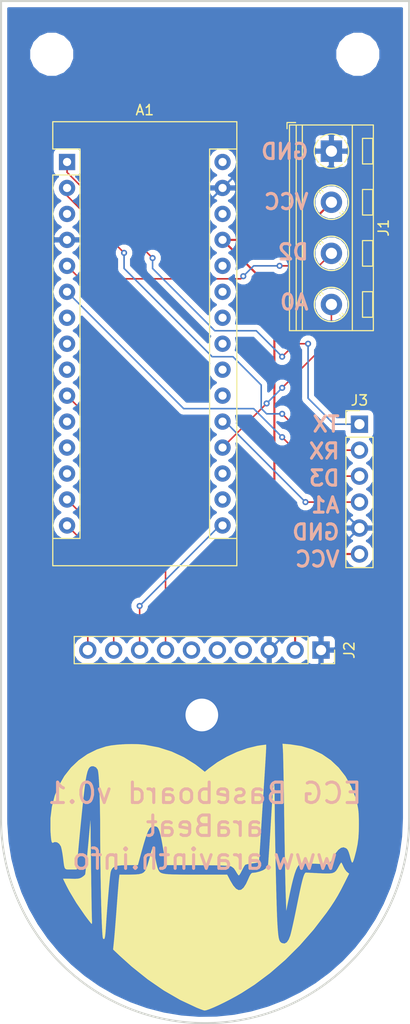
<source format=kicad_pcb>
(kicad_pcb (version 20171130) (host pcbnew "(5.0.0-3-g5ebb6b6)")

  (general
    (thickness 1.6)
    (drawings 15)
    (tracks 86)
    (zones 0)
    (modules 9)
    (nets 13)
  )

  (page A4)
  (title_block
    (title "ECG Baseboard : araBeat")
    (date 2018-11-08)
    (rev v0.1)
    (company www.aravinth.info)
  )

  (layers
    (0 F.Cu signal)
    (31 B.Cu signal hide)
    (32 B.Adhes user)
    (33 F.Adhes user)
    (34 B.Paste user)
    (35 F.Paste user)
    (36 B.SilkS user)
    (37 F.SilkS user)
    (38 B.Mask user)
    (39 F.Mask user)
    (40 Dwgs.User user)
    (41 Cmts.User user)
    (42 Eco1.User user)
    (43 Eco2.User user)
    (44 Edge.Cuts user)
    (45 Margin user)
    (46 B.CrtYd user)
    (47 F.CrtYd user)
    (48 B.Fab user)
    (49 F.Fab user)
  )

  (setup
    (last_trace_width 0.25)
    (user_trace_width 0.1524)
    (user_trace_width 0.2032)
    (trace_clearance 0.2)
    (zone_clearance 0.508)
    (zone_45_only no)
    (trace_min 0.1524)
    (segment_width 0.2)
    (edge_width 0.15)
    (via_size 0.8)
    (via_drill 0.4)
    (via_min_size 0.6)
    (via_min_drill 0.3)
    (uvia_size 0.3)
    (uvia_drill 0.1)
    (uvias_allowed no)
    (uvia_min_size 0.2)
    (uvia_min_drill 0.1)
    (pcb_text_width 0.3)
    (pcb_text_size 1.5 1.5)
    (mod_edge_width 0.15)
    (mod_text_size 1 1)
    (mod_text_width 0.15)
    (pad_size 1.7 1.7)
    (pad_drill 1)
    (pad_to_mask_clearance 0.2)
    (aux_axis_origin 0 0)
    (visible_elements FFFFFF7F)
    (pcbplotparams
      (layerselection 0x010fc_ffffffff)
      (usegerberextensions false)
      (usegerberattributes false)
      (usegerberadvancedattributes false)
      (creategerberjobfile false)
      (excludeedgelayer true)
      (linewidth 0.100000)
      (plotframeref false)
      (viasonmask false)
      (mode 1)
      (useauxorigin false)
      (hpglpennumber 1)
      (hpglpenspeed 20)
      (hpglpendiameter 15.000000)
      (psnegative false)
      (psa4output false)
      (plotreference true)
      (plotvalue true)
      (plotinvisibletext false)
      (padsonsilk false)
      (subtractmaskfromsilk false)
      (outputformat 1)
      (mirror false)
      (drillshape 1)
      (scaleselection 1)
      (outputdirectory ""))
  )

  (net 0 "")
  (net 1 "Net-(A1-Pad1)")
  (net 2 "Net-(A1-Pad2)")
  (net 3 "Net-(A1-Pad19)")
  (net 4 GND)
  (net 5 "Net-(A1-Pad20)")
  (net 6 "Net-(A1-Pad5)")
  (net 7 "Net-(A1-Pad6)")
  (net 8 "Net-(A1-Pad10)")
  (net 9 "Net-(A1-Pad14)")
  (net 10 "Net-(A1-Pad15)")
  (net 11 "Net-(A1-Pad16)")
  (net 12 /VCC)

  (net_class Default "This is the default net class."
    (clearance 0.2)
    (trace_width 0.25)
    (via_dia 0.8)
    (via_drill 0.4)
    (uvia_dia 0.3)
    (uvia_drill 0.1)
  )

  (net_class PWR ""
    (clearance 0.2032)
    (trace_width 0.2032)
    (via_dia 0.6)
    (via_drill 0.3)
    (uvia_dia 0.3)
    (uvia_drill 0.1)
    (add_net /VCC)
    (add_net GND)
  )

  (net_class SIGNAL ""
    (clearance 0.1524)
    (trace_width 0.1524)
    (via_dia 0.6)
    (via_drill 0.3)
    (uvia_dia 0.3)
    (uvia_drill 0.1)
    (add_net "Net-(A1-Pad1)")
    (add_net "Net-(A1-Pad10)")
    (add_net "Net-(A1-Pad14)")
    (add_net "Net-(A1-Pad15)")
    (add_net "Net-(A1-Pad16)")
    (add_net "Net-(A1-Pad19)")
    (add_net "Net-(A1-Pad2)")
    (add_net "Net-(A1-Pad20)")
    (add_net "Net-(A1-Pad5)")
    (add_net "Net-(A1-Pad6)")
  )

  (module Module:Arduino_Nano (layer F.Cu) (tedit 58ACAF70) (tstamp 5BF1D18E)
    (at 206.502 65.024)
    (descr "Arduino Nano, http://www.mouser.com/pdfdocs/Gravitech_Arduino_Nano3_0.pdf")
    (tags "Arduino Nano")
    (path /5BD88A95)
    (fp_text reference A1 (at 7.62 -5.08) (layer F.SilkS)
      (effects (font (size 1 1) (thickness 0.15)))
    )
    (fp_text value Arduino_Nano_v3.x (at 8.89 19.05 90) (layer F.Fab)
      (effects (font (size 1 1) (thickness 0.15)))
    )
    (fp_text user %R (at 6.35 19.05 90) (layer F.Fab)
      (effects (font (size 1 1) (thickness 0.15)))
    )
    (fp_line (start 1.27 1.27) (end 1.27 -1.27) (layer F.SilkS) (width 0.12))
    (fp_line (start 1.27 -1.27) (end -1.4 -1.27) (layer F.SilkS) (width 0.12))
    (fp_line (start -1.4 1.27) (end -1.4 39.5) (layer F.SilkS) (width 0.12))
    (fp_line (start -1.4 -3.94) (end -1.4 -1.27) (layer F.SilkS) (width 0.12))
    (fp_line (start 13.97 -1.27) (end 16.64 -1.27) (layer F.SilkS) (width 0.12))
    (fp_line (start 13.97 -1.27) (end 13.97 36.83) (layer F.SilkS) (width 0.12))
    (fp_line (start 13.97 36.83) (end 16.64 36.83) (layer F.SilkS) (width 0.12))
    (fp_line (start 1.27 1.27) (end -1.4 1.27) (layer F.SilkS) (width 0.12))
    (fp_line (start 1.27 1.27) (end 1.27 36.83) (layer F.SilkS) (width 0.12))
    (fp_line (start 1.27 36.83) (end -1.4 36.83) (layer F.SilkS) (width 0.12))
    (fp_line (start 3.81 31.75) (end 11.43 31.75) (layer F.Fab) (width 0.1))
    (fp_line (start 11.43 31.75) (end 11.43 41.91) (layer F.Fab) (width 0.1))
    (fp_line (start 11.43 41.91) (end 3.81 41.91) (layer F.Fab) (width 0.1))
    (fp_line (start 3.81 41.91) (end 3.81 31.75) (layer F.Fab) (width 0.1))
    (fp_line (start -1.4 39.5) (end 16.64 39.5) (layer F.SilkS) (width 0.12))
    (fp_line (start 16.64 39.5) (end 16.64 -3.94) (layer F.SilkS) (width 0.12))
    (fp_line (start 16.64 -3.94) (end -1.4 -3.94) (layer F.SilkS) (width 0.12))
    (fp_line (start 16.51 39.37) (end -1.27 39.37) (layer F.Fab) (width 0.1))
    (fp_line (start -1.27 39.37) (end -1.27 -2.54) (layer F.Fab) (width 0.1))
    (fp_line (start -1.27 -2.54) (end 0 -3.81) (layer F.Fab) (width 0.1))
    (fp_line (start 0 -3.81) (end 16.51 -3.81) (layer F.Fab) (width 0.1))
    (fp_line (start 16.51 -3.81) (end 16.51 39.37) (layer F.Fab) (width 0.1))
    (fp_line (start -1.53 -4.06) (end 16.75 -4.06) (layer F.CrtYd) (width 0.05))
    (fp_line (start -1.53 -4.06) (end -1.53 42.16) (layer F.CrtYd) (width 0.05))
    (fp_line (start 16.75 42.16) (end 16.75 -4.06) (layer F.CrtYd) (width 0.05))
    (fp_line (start 16.75 42.16) (end -1.53 42.16) (layer F.CrtYd) (width 0.05))
    (pad 1 thru_hole rect (at 0 0) (size 1.6 1.6) (drill 0.8) (layers *.Cu *.Mask)
      (net 1 "Net-(A1-Pad1)"))
    (pad 17 thru_hole oval (at 15.24 33.02) (size 1.6 1.6) (drill 0.8) (layers *.Cu *.Mask))
    (pad 2 thru_hole oval (at 0 2.54) (size 1.6 1.6) (drill 0.8) (layers *.Cu *.Mask)
      (net 2 "Net-(A1-Pad2)"))
    (pad 18 thru_hole oval (at 15.24 30.48) (size 1.6 1.6) (drill 0.8) (layers *.Cu *.Mask))
    (pad 3 thru_hole oval (at 0 5.08) (size 1.6 1.6) (drill 0.8) (layers *.Cu *.Mask))
    (pad 19 thru_hole oval (at 15.24 27.94) (size 1.6 1.6) (drill 0.8) (layers *.Cu *.Mask)
      (net 3 "Net-(A1-Pad19)"))
    (pad 4 thru_hole oval (at 0 7.62) (size 1.6 1.6) (drill 0.8) (layers *.Cu *.Mask)
      (net 4 GND))
    (pad 20 thru_hole oval (at 15.24 25.4) (size 1.6 1.6) (drill 0.8) (layers *.Cu *.Mask)
      (net 5 "Net-(A1-Pad20)"))
    (pad 5 thru_hole oval (at 0 10.16) (size 1.6 1.6) (drill 0.8) (layers *.Cu *.Mask)
      (net 6 "Net-(A1-Pad5)"))
    (pad 21 thru_hole oval (at 15.24 22.86) (size 1.6 1.6) (drill 0.8) (layers *.Cu *.Mask))
    (pad 6 thru_hole oval (at 0 12.7) (size 1.6 1.6) (drill 0.8) (layers *.Cu *.Mask)
      (net 7 "Net-(A1-Pad6)"))
    (pad 22 thru_hole oval (at 15.24 20.32) (size 1.6 1.6) (drill 0.8) (layers *.Cu *.Mask))
    (pad 7 thru_hole oval (at 0 15.24) (size 1.6 1.6) (drill 0.8) (layers *.Cu *.Mask))
    (pad 23 thru_hole oval (at 15.24 17.78) (size 1.6 1.6) (drill 0.8) (layers *.Cu *.Mask))
    (pad 8 thru_hole oval (at 0 17.78) (size 1.6 1.6) (drill 0.8) (layers *.Cu *.Mask))
    (pad 24 thru_hole oval (at 15.24 15.24) (size 1.6 1.6) (drill 0.8) (layers *.Cu *.Mask))
    (pad 9 thru_hole oval (at 0 20.32) (size 1.6 1.6) (drill 0.8) (layers *.Cu *.Mask))
    (pad 25 thru_hole oval (at 15.24 12.7) (size 1.6 1.6) (drill 0.8) (layers *.Cu *.Mask))
    (pad 10 thru_hole oval (at 0 22.86) (size 1.6 1.6) (drill 0.8) (layers *.Cu *.Mask)
      (net 8 "Net-(A1-Pad10)"))
    (pad 26 thru_hole oval (at 15.24 10.16) (size 1.6 1.6) (drill 0.8) (layers *.Cu *.Mask))
    (pad 11 thru_hole oval (at 0 25.4) (size 1.6 1.6) (drill 0.8) (layers *.Cu *.Mask))
    (pad 27 thru_hole oval (at 15.24 7.62) (size 1.6 1.6) (drill 0.8) (layers *.Cu *.Mask)
      (net 12 /VCC))
    (pad 12 thru_hole oval (at 0 27.94) (size 1.6 1.6) (drill 0.8) (layers *.Cu *.Mask))
    (pad 28 thru_hole oval (at 15.24 5.08) (size 1.6 1.6) (drill 0.8) (layers *.Cu *.Mask))
    (pad 13 thru_hole oval (at 0 30.48) (size 1.6 1.6) (drill 0.8) (layers *.Cu *.Mask))
    (pad 29 thru_hole oval (at 15.24 2.54) (size 1.6 1.6) (drill 0.8) (layers *.Cu *.Mask)
      (net 4 GND))
    (pad 14 thru_hole oval (at 0 33.02) (size 1.6 1.6) (drill 0.8) (layers *.Cu *.Mask)
      (net 9 "Net-(A1-Pad14)"))
    (pad 30 thru_hole oval (at 15.24 0) (size 1.6 1.6) (drill 0.8) (layers *.Cu *.Mask))
    (pad 15 thru_hole oval (at 0 35.56) (size 1.6 1.6) (drill 0.8) (layers *.Cu *.Mask)
      (net 10 "Net-(A1-Pad15)"))
    (pad 16 thru_hole oval (at 15.24 35.56) (size 1.6 1.6) (drill 0.8) (layers *.Cu *.Mask)
      (net 11 "Net-(A1-Pad16)"))
    (model ${KISYS3DMOD}/Module.3dshapes/Arduino_Nano_WithMountingHoles.wrl
      (at (xyz 0 0 0))
      (scale (xyz 1 1 1))
      (rotate (xyz 0 0 0))
    )
  )

  (module TerminalBlock_RND:TerminalBlock_RND_205-00047_1x04_P5.00mm_Horizontal (layer F.Cu) (tedit 5B294EE1) (tstamp 5BF1D1EC)
    (at 232.41 63.964 270)
    (descr "terminal block RND 205-00047, 4 pins, pitch 5mm, size 20x8.1mm^2, drill diamater 1.1mm, pad diameter 2.1mm, see http://cdn-reichelt.de/documents/datenblatt/C151/RND_205-00045_DB_EN.pdf, script-generated using https://github.com/pointhi/kicad-footprint-generator/scripts/TerminalBlock_RND")
    (tags "THT terminal block RND 205-00047 pitch 5mm size 20x8.1mm^2 drill 1.1mm pad 2.1mm")
    (path /5BE5A960)
    (fp_text reference J1 (at 7.5 -5.11 270) (layer F.SilkS)
      (effects (font (size 1 1) (thickness 0.15)))
    )
    (fp_text value Screw_Terminal_01x04 (at 7.5 5.11 270) (layer F.Fab)
      (effects (font (size 1 1) (thickness 0.15)))
    )
    (fp_arc (start 0 0) (end 0 1.68) (angle -40) (layer F.SilkS) (width 0.12))
    (fp_arc (start 0 0) (end 1.287 1.08) (angle -80) (layer F.SilkS) (width 0.12))
    (fp_arc (start 0 0) (end 1.08 -1.287) (angle -80) (layer F.SilkS) (width 0.12))
    (fp_arc (start 0 0) (end -1.287 -1.081) (angle -80) (layer F.SilkS) (width 0.12))
    (fp_arc (start 0 0) (end -1.081 1.287) (angle -41) (layer F.SilkS) (width 0.12))
    (fp_circle (center 0 0) (end 1.5 0) (layer F.Fab) (width 0.1))
    (fp_circle (center 5 0) (end 6.5 0) (layer F.Fab) (width 0.1))
    (fp_circle (center 5 0) (end 6.68 0) (layer F.SilkS) (width 0.12))
    (fp_circle (center 10 0) (end 11.5 0) (layer F.Fab) (width 0.1))
    (fp_circle (center 10 0) (end 11.68 0) (layer F.SilkS) (width 0.12))
    (fp_circle (center 15 0) (end 16.5 0) (layer F.Fab) (width 0.1))
    (fp_circle (center 15 0) (end 16.68 0) (layer F.SilkS) (width 0.12))
    (fp_line (start -2.5 -4.05) (end 17.5 -4.05) (layer F.Fab) (width 0.1))
    (fp_line (start 17.5 -4.05) (end 17.5 4.05) (layer F.Fab) (width 0.1))
    (fp_line (start 17.5 4.05) (end -1.9 4.05) (layer F.Fab) (width 0.1))
    (fp_line (start -1.9 4.05) (end -2.5 3.45) (layer F.Fab) (width 0.1))
    (fp_line (start -2.5 3.45) (end -2.5 -4.05) (layer F.Fab) (width 0.1))
    (fp_line (start -2.5 3.45) (end 17.5 3.45) (layer F.Fab) (width 0.1))
    (fp_line (start -2.56 3.45) (end 17.561 3.45) (layer F.SilkS) (width 0.12))
    (fp_line (start -2.5 2.85) (end 17.5 2.85) (layer F.Fab) (width 0.1))
    (fp_line (start -2.56 2.85) (end 17.561 2.85) (layer F.SilkS) (width 0.12))
    (fp_line (start -2.5 -2.05) (end 17.5 -2.05) (layer F.Fab) (width 0.1))
    (fp_line (start -2.56 -2.05) (end 17.561 -2.05) (layer F.SilkS) (width 0.12))
    (fp_line (start -2.56 -4.11) (end 17.561 -4.11) (layer F.SilkS) (width 0.12))
    (fp_line (start -2.56 4.11) (end 17.561 4.11) (layer F.SilkS) (width 0.12))
    (fp_line (start -2.56 -4.11) (end -2.56 4.11) (layer F.SilkS) (width 0.12))
    (fp_line (start 17.561 -4.11) (end 17.561 4.11) (layer F.SilkS) (width 0.12))
    (fp_line (start 1.138 -0.955) (end -0.955 1.138) (layer F.Fab) (width 0.1))
    (fp_line (start 0.955 -1.138) (end -1.138 0.955) (layer F.Fab) (width 0.1))
    (fp_line (start -1.25 -4.05) (end -1.25 -3.05) (layer F.Fab) (width 0.1))
    (fp_line (start -1.25 -3.05) (end 1.25 -3.05) (layer F.Fab) (width 0.1))
    (fp_line (start 1.25 -3.05) (end 1.25 -4.05) (layer F.Fab) (width 0.1))
    (fp_line (start 1.25 -4.05) (end -1.25 -4.05) (layer F.Fab) (width 0.1))
    (fp_line (start -1.25 -4.05) (end 1.25 -4.05) (layer F.SilkS) (width 0.12))
    (fp_line (start -1.25 -3.05) (end 1.25 -3.05) (layer F.SilkS) (width 0.12))
    (fp_line (start -1.25 -4.05) (end -1.25 -3.05) (layer F.SilkS) (width 0.12))
    (fp_line (start 1.25 -4.05) (end 1.25 -3.05) (layer F.SilkS) (width 0.12))
    (fp_line (start 6.138 -0.955) (end 4.046 1.138) (layer F.Fab) (width 0.1))
    (fp_line (start 5.955 -1.138) (end 3.863 0.955) (layer F.Fab) (width 0.1))
    (fp_line (start 6.275 -1.069) (end 6.029 -0.823) (layer F.SilkS) (width 0.12))
    (fp_line (start 4.13 1.075) (end 3.931 1.274) (layer F.SilkS) (width 0.12))
    (fp_line (start 6.07 -1.275) (end 5.859 -1.064) (layer F.SilkS) (width 0.12))
    (fp_line (start 3.972 0.823) (end 3.726 1.069) (layer F.SilkS) (width 0.12))
    (fp_line (start 3.75 -4.05) (end 3.75 -3.05) (layer F.Fab) (width 0.1))
    (fp_line (start 3.75 -3.05) (end 6.25 -3.05) (layer F.Fab) (width 0.1))
    (fp_line (start 6.25 -3.05) (end 6.25 -4.05) (layer F.Fab) (width 0.1))
    (fp_line (start 6.25 -4.05) (end 3.75 -4.05) (layer F.Fab) (width 0.1))
    (fp_line (start 3.75 -4.05) (end 6.25 -4.05) (layer F.SilkS) (width 0.12))
    (fp_line (start 3.75 -3.05) (end 6.25 -3.05) (layer F.SilkS) (width 0.12))
    (fp_line (start 3.75 -4.05) (end 3.75 -3.05) (layer F.SilkS) (width 0.12))
    (fp_line (start 6.25 -4.05) (end 6.25 -3.05) (layer F.SilkS) (width 0.12))
    (fp_line (start 11.138 -0.955) (end 9.046 1.138) (layer F.Fab) (width 0.1))
    (fp_line (start 10.955 -1.138) (end 8.863 0.955) (layer F.Fab) (width 0.1))
    (fp_line (start 11.275 -1.069) (end 11.029 -0.823) (layer F.SilkS) (width 0.12))
    (fp_line (start 9.13 1.075) (end 8.931 1.274) (layer F.SilkS) (width 0.12))
    (fp_line (start 11.07 -1.275) (end 10.859 -1.064) (layer F.SilkS) (width 0.12))
    (fp_line (start 8.972 0.823) (end 8.726 1.069) (layer F.SilkS) (width 0.12))
    (fp_line (start 8.75 -4.05) (end 8.75 -3.05) (layer F.Fab) (width 0.1))
    (fp_line (start 8.75 -3.05) (end 11.25 -3.05) (layer F.Fab) (width 0.1))
    (fp_line (start 11.25 -3.05) (end 11.25 -4.05) (layer F.Fab) (width 0.1))
    (fp_line (start 11.25 -4.05) (end 8.75 -4.05) (layer F.Fab) (width 0.1))
    (fp_line (start 8.75 -4.05) (end 11.25 -4.05) (layer F.SilkS) (width 0.12))
    (fp_line (start 8.75 -3.05) (end 11.25 -3.05) (layer F.SilkS) (width 0.12))
    (fp_line (start 8.75 -4.05) (end 8.75 -3.05) (layer F.SilkS) (width 0.12))
    (fp_line (start 11.25 -4.05) (end 11.25 -3.05) (layer F.SilkS) (width 0.12))
    (fp_line (start 16.138 -0.955) (end 14.046 1.138) (layer F.Fab) (width 0.1))
    (fp_line (start 15.955 -1.138) (end 13.863 0.955) (layer F.Fab) (width 0.1))
    (fp_line (start 16.275 -1.069) (end 16.029 -0.823) (layer F.SilkS) (width 0.12))
    (fp_line (start 14.13 1.075) (end 13.931 1.274) (layer F.SilkS) (width 0.12))
    (fp_line (start 16.07 -1.275) (end 15.859 -1.064) (layer F.SilkS) (width 0.12))
    (fp_line (start 13.972 0.823) (end 13.726 1.069) (layer F.SilkS) (width 0.12))
    (fp_line (start 13.75 -4.05) (end 13.75 -3.05) (layer F.Fab) (width 0.1))
    (fp_line (start 13.75 -3.05) (end 16.25 -3.05) (layer F.Fab) (width 0.1))
    (fp_line (start 16.25 -3.05) (end 16.25 -4.05) (layer F.Fab) (width 0.1))
    (fp_line (start 16.25 -4.05) (end 13.75 -4.05) (layer F.Fab) (width 0.1))
    (fp_line (start 13.75 -4.05) (end 16.25 -4.05) (layer F.SilkS) (width 0.12))
    (fp_line (start 13.75 -3.05) (end 16.25 -3.05) (layer F.SilkS) (width 0.12))
    (fp_line (start 13.75 -4.05) (end 13.75 -3.05) (layer F.SilkS) (width 0.12))
    (fp_line (start 16.25 -4.05) (end 16.25 -3.05) (layer F.SilkS) (width 0.12))
    (fp_line (start -2.8 3.51) (end -2.8 4.35) (layer F.SilkS) (width 0.12))
    (fp_line (start -2.8 4.35) (end -2.2 4.35) (layer F.SilkS) (width 0.12))
    (fp_line (start -3 -4.55) (end -3 4.55) (layer F.CrtYd) (width 0.05))
    (fp_line (start -3 4.55) (end 18 4.55) (layer F.CrtYd) (width 0.05))
    (fp_line (start 18 4.55) (end 18 -4.55) (layer F.CrtYd) (width 0.05))
    (fp_line (start 18 -4.55) (end -3 -4.55) (layer F.CrtYd) (width 0.05))
    (fp_text user %R (at 7.5 -5.11 270) (layer F.Fab)
      (effects (font (size 1 1) (thickness 0.15)))
    )
    (pad 1 thru_hole rect (at 0 0 270) (size 2.1 2.1) (drill 1.1) (layers *.Cu *.Mask)
      (net 4 GND))
    (pad 2 thru_hole circle (at 5 0 270) (size 2.1 2.1) (drill 1.1) (layers *.Cu *.Mask)
      (net 12 /VCC))
    (pad 3 thru_hole circle (at 10 0 270) (size 2.1 2.1) (drill 1.1) (layers *.Cu *.Mask)
      (net 6 "Net-(A1-Pad5)"))
    (pad 4 thru_hole circle (at 15 0 270) (size 2.1 2.1) (drill 1.1) (layers *.Cu *.Mask)
      (net 3 "Net-(A1-Pad19)"))
    (model ${KISYS3DMOD}/TerminalBlock_RND.3dshapes/TerminalBlock_RND_205-00047_1x04_P5.00mm_Horizontal.wrl
      (at (xyz 0 0 0))
      (scale (xyz 1 1 1))
      (rotate (xyz 0 0 0))
    )
  )

  (module Connector_PinSocket_2.54mm:PinSocket_1x10_P2.54mm_Vertical (layer F.Cu) (tedit 5A19A425) (tstamp 5BFD53BB)
    (at 231.394 112.776 270)
    (descr "Through hole straight socket strip, 1x10, 2.54mm pitch, single row (from Kicad 4.0.7), script generated")
    (tags "Through hole socket strip THT 1x10 2.54mm single row")
    (path /5BD88FD2)
    (fp_text reference J2 (at 0 -2.77 270) (layer F.SilkS)
      (effects (font (size 1 1) (thickness 0.15)))
    )
    (fp_text value "Protocentral MAX30003" (at -3.302 11.052) (layer F.Fab)
      (effects (font (size 1 1) (thickness 0.15)))
    )
    (fp_line (start -1.27 -1.27) (end 0.635 -1.27) (layer F.Fab) (width 0.1))
    (fp_line (start 0.635 -1.27) (end 1.27 -0.635) (layer F.Fab) (width 0.1))
    (fp_line (start 1.27 -0.635) (end 1.27 24.13) (layer F.Fab) (width 0.1))
    (fp_line (start 1.27 24.13) (end -1.27 24.13) (layer F.Fab) (width 0.1))
    (fp_line (start -1.27 24.13) (end -1.27 -1.27) (layer F.Fab) (width 0.1))
    (fp_line (start -1.33 1.27) (end 1.33 1.27) (layer F.SilkS) (width 0.12))
    (fp_line (start -1.33 1.27) (end -1.33 24.19) (layer F.SilkS) (width 0.12))
    (fp_line (start -1.33 24.19) (end 1.33 24.19) (layer F.SilkS) (width 0.12))
    (fp_line (start 1.33 1.27) (end 1.33 24.19) (layer F.SilkS) (width 0.12))
    (fp_line (start 1.33 -1.33) (end 1.33 0) (layer F.SilkS) (width 0.12))
    (fp_line (start 0 -1.33) (end 1.33 -1.33) (layer F.SilkS) (width 0.12))
    (fp_line (start -1.8 -1.8) (end 1.75 -1.8) (layer F.CrtYd) (width 0.05))
    (fp_line (start 1.75 -1.8) (end 1.75 24.6) (layer F.CrtYd) (width 0.05))
    (fp_line (start 1.75 24.6) (end -1.8 24.6) (layer F.CrtYd) (width 0.05))
    (fp_line (start -1.8 24.6) (end -1.8 -1.8) (layer F.CrtYd) (width 0.05))
    (fp_text user %R (at 0 11.43) (layer F.Fab)
      (effects (font (size 1 1) (thickness 0.15)))
    )
    (pad 1 thru_hole rect (at 0 0 270) (size 1.7 1.7) (drill 1) (layers *.Cu *.Mask)
      (net 4 GND))
    (pad 2 thru_hole oval (at 0 2.54 270) (size 1.7 1.7) (drill 1) (layers *.Cu *.Mask)
      (net 12 /VCC))
    (pad 3 thru_hole oval (at 0 5.08 270) (size 1.7 1.7) (drill 1) (layers *.Cu *.Mask)
      (net 4 GND))
    (pad 4 thru_hole oval (at 0 7.62 270) (size 1.7 1.7) (drill 1) (layers *.Cu *.Mask))
    (pad 5 thru_hole oval (at 0 10.16 270) (size 1.7 1.7) (drill 1) (layers *.Cu *.Mask))
    (pad 6 thru_hole oval (at 0 12.7 270) (size 1.7 1.7) (drill 1) (layers *.Cu *.Mask))
    (pad 7 thru_hole oval (at 0 15.24 270) (size 1.7 1.7) (drill 1) (layers *.Cu *.Mask)
      (net 8 "Net-(A1-Pad10)"))
    (pad 8 thru_hole oval (at 0 17.78 270) (size 1.7 1.7) (drill 1) (layers *.Cu *.Mask)
      (net 11 "Net-(A1-Pad16)"))
    (pad 9 thru_hole oval (at 0 20.32 270) (size 1.7 1.7) (drill 1) (layers *.Cu *.Mask)
      (net 9 "Net-(A1-Pad14)"))
    (pad 10 thru_hole oval (at 0 22.86 270) (size 1.7 1.7) (drill 1) (layers *.Cu *.Mask)
      (net 10 "Net-(A1-Pad15)"))
    (model ${KISYS3DMOD}/Connector_PinSocket_2.54mm.3dshapes/PinSocket_1x10_P2.54mm_Vertical.wrl
      (at (xyz 0 0 0))
      (scale (xyz 1 1 1))
      (rotate (xyz 0 0 0))
    )
  )

  (module Connector_PinHeader_2.54mm:PinHeader_1x06_P2.54mm_Vertical (layer F.Cu) (tedit 59FED5CC) (tstamp 5BF1D224)
    (at 235.16 90.678)
    (descr "Through hole straight pin header, 1x06, 2.54mm pitch, single row")
    (tags "Through hole pin header THT 1x06 2.54mm single row")
    (path /5BE756C8)
    (fp_text reference J3 (at 0 -2.33) (layer F.SilkS)
      (effects (font (size 1 1) (thickness 0.15)))
    )
    (fp_text value Conn_01x06 (at 0 15.03) (layer F.Fab)
      (effects (font (size 1 1) (thickness 0.15)))
    )
    (fp_line (start -0.635 -1.27) (end 1.27 -1.27) (layer F.Fab) (width 0.1))
    (fp_line (start 1.27 -1.27) (end 1.27 13.97) (layer F.Fab) (width 0.1))
    (fp_line (start 1.27 13.97) (end -1.27 13.97) (layer F.Fab) (width 0.1))
    (fp_line (start -1.27 13.97) (end -1.27 -0.635) (layer F.Fab) (width 0.1))
    (fp_line (start -1.27 -0.635) (end -0.635 -1.27) (layer F.Fab) (width 0.1))
    (fp_line (start -1.33 14.03) (end 1.33 14.03) (layer F.SilkS) (width 0.12))
    (fp_line (start -1.33 1.27) (end -1.33 14.03) (layer F.SilkS) (width 0.12))
    (fp_line (start 1.33 1.27) (end 1.33 14.03) (layer F.SilkS) (width 0.12))
    (fp_line (start -1.33 1.27) (end 1.33 1.27) (layer F.SilkS) (width 0.12))
    (fp_line (start -1.33 0) (end -1.33 -1.33) (layer F.SilkS) (width 0.12))
    (fp_line (start -1.33 -1.33) (end 0 -1.33) (layer F.SilkS) (width 0.12))
    (fp_line (start -1.8 -1.8) (end -1.8 14.5) (layer F.CrtYd) (width 0.05))
    (fp_line (start -1.8 14.5) (end 1.8 14.5) (layer F.CrtYd) (width 0.05))
    (fp_line (start 1.8 14.5) (end 1.8 -1.8) (layer F.CrtYd) (width 0.05))
    (fp_line (start 1.8 -1.8) (end -1.8 -1.8) (layer F.CrtYd) (width 0.05))
    (fp_text user %R (at 0 6.35 90) (layer F.Fab)
      (effects (font (size 1 1) (thickness 0.15)))
    )
    (pad 1 thru_hole rect (at 0 0) (size 1.7 1.7) (drill 1) (layers *.Cu *.Mask)
      (net 1 "Net-(A1-Pad1)"))
    (pad 2 thru_hole oval (at 0 2.54) (size 1.7 1.7) (drill 1) (layers *.Cu *.Mask)
      (net 2 "Net-(A1-Pad2)"))
    (pad 3 thru_hole oval (at 0 5.08) (size 1.7 1.7) (drill 1) (layers *.Cu *.Mask)
      (net 7 "Net-(A1-Pad6)"))
    (pad 4 thru_hole oval (at 0 7.62) (size 1.7 1.7) (drill 1) (layers *.Cu *.Mask)
      (net 5 "Net-(A1-Pad20)"))
    (pad 5 thru_hole oval (at 0 10.16) (size 1.7 1.7) (drill 1) (layers *.Cu *.Mask)
      (net 4 GND))
    (pad 6 thru_hole oval (at 0 12.7) (size 1.7 1.7) (drill 1) (layers *.Cu *.Mask)
      (net 12 /VCC))
    (model ${KISYS3DMOD}/Connector_PinHeader_2.54mm.3dshapes/PinHeader_1x06_P2.54mm_Vertical.wrl
      (at (xyz 0 0 0))
      (scale (xyz 1 1 1))
      (rotate (xyz 0 0 0))
    )
  )

  (module MountingHole:MountingHole_3.2mm_M3 (layer F.Cu) (tedit 5BE5E41E) (tstamp 5BFD5E27)
    (at 205 54.356)
    (descr "Mounting Hole 3.2mm, no annular, M3")
    (tags "mounting hole 3.2mm no annular m3")
    (attr virtual)
    (fp_text reference "" (at 5.842 -2.032) (layer F.SilkS)
      (effects (font (size 1 1) (thickness 0.15)))
    )
    (fp_text value M3 (at 4.804 -2.159) (layer F.Fab)
      (effects (font (size 1 1) (thickness 0.15)))
    )
    (fp_circle (center 0 0) (end 3.45 0) (layer F.CrtYd) (width 0.05))
    (fp_circle (center 0 0) (end 3.2 0) (layer Cmts.User) (width 0.15))
    (fp_text user %R (at 0.3 0) (layer F.Fab)
      (effects (font (size 1 1) (thickness 0.15)))
    )
    (pad 1 np_thru_hole circle (at 0 0) (size 3.2 3.2) (drill 3.2) (layers *.Cu *.Mask))
  )

  (module MountingHole:MountingHole_3.2mm_M3 (layer F.Cu) (tedit 5BE5E426) (tstamp 5BFD5E71)
    (at 235 54.356)
    (descr "Mounting Hole 3.2mm, no annular, M3")
    (tags "mounting hole 3.2mm no annular m3")
    (attr virtual)
    (fp_text reference "" (at -5.715 -1.397) (layer F.SilkS)
      (effects (font (size 1 1) (thickness 0.15)))
    )
    (fp_text value M3 (at -4.876 -2.413) (layer F.Fab)
      (effects (font (size 1 1) (thickness 0.15)))
    )
    (fp_circle (center 0 0) (end 3.45 0) (layer F.CrtYd) (width 0.05))
    (fp_circle (center 0 0) (end 3.2 0) (layer Cmts.User) (width 0.15))
    (fp_text user %R (at 0.3 0) (layer F.Fab)
      (effects (font (size 1 1) (thickness 0.15)))
    )
    (pad 1 np_thru_hole circle (at 0 0) (size 3.2 3.2) (drill 3.2) (layers *.Cu *.Mask))
  )

  (module ecg-baseboard:heart-logo (layer F.Cu) (tedit 0) (tstamp 5BFD619B)
    (at 220 135)
    (fp_text reference G*** (at 0 0) (layer F.SilkS) hide
      (effects (font (size 1.524 1.524) (thickness 0.3)))
    )
    (fp_text value LOGO (at 0.75 0) (layer F.SilkS) hide
      (effects (font (size 1.524 1.524) (thickness 0.3)))
    )
    (fp_poly (pts (xy 8.362723 -12.997063) (xy 9.482129 -12.824783) (xy 10.525867 -12.5042) (xy 11.485806 -12.042295)
      (xy 12.353813 -11.446047) (xy 13.121757 -10.722438) (xy 13.781506 -9.878447) (xy 14.324928 -8.921054)
      (xy 14.743892 -7.857239) (xy 14.873543 -7.408334) (xy 14.961483 -7.049883) (xy 15.023154 -6.731134)
      (xy 15.063213 -6.406727) (xy 15.086321 -6.031301) (xy 15.097138 -5.559495) (xy 15.099684 -5.207)
      (xy 15.09027 -4.461547) (xy 15.050242 -3.821964) (xy 14.971498 -3.226292) (xy 14.845936 -2.61257)
      (xy 14.673391 -1.947334) (xy 14.57385 -1.620455) (xy 14.495701 -1.454202) (xy 14.428436 -1.442897)
      (xy 14.361549 -1.580865) (xy 14.312177 -1.752201) (xy 14.198861 -2.172361) (xy 14.108062 -2.459883)
      (xy 14.025593 -2.647436) (xy 13.937268 -2.76769) (xy 13.836061 -2.848666) (xy 13.59584 -2.93524)
      (xy 13.346891 -2.879302) (xy 13.082492 -2.675382) (xy 12.795923 -2.318009) (xy 12.480462 -1.801715)
      (xy 12.424708 -1.700022) (xy 12.191749 -1.269463) (xy 10.855007 -1.32457) (xy 10.288175 -1.343487)
      (xy 9.869102 -1.346393) (xy 9.57691 -1.332617) (xy 9.390721 -1.301486) (xy 9.323302 -1.275336)
      (xy 9.192404 -1.168295) (xy 9.064304 -0.981968) (xy 8.935246 -0.704126) (xy 8.801475 -0.322539)
      (xy 8.659232 0.175023) (xy 8.504763 0.800788) (xy 8.334309 1.566985) (xy 8.144116 2.485845)
      (xy 8.099323 2.709333) (xy 7.98957 3.259666) (xy 7.932222 1.651) (xy 7.921108 1.286773)
      (xy 7.908164 0.772245) (xy 7.89375 0.126435) (xy 7.878225 -0.631639) (xy 7.861948 -1.482959)
      (xy 7.845278 -2.408507) (xy 7.828575 -3.389265) (xy 7.812198 -4.406213) (xy 7.796506 -5.440334)
      (xy 7.79068 -5.842) (xy 7.775871 -6.845072) (xy 7.760695 -7.813482) (xy 7.745454 -8.731507)
      (xy 7.730448 -9.583423) (xy 7.715979 -10.353508) (xy 7.702348 -11.026038) (xy 7.689858 -11.585289)
      (xy 7.678808 -12.015538) (xy 7.669501 -12.301062) (xy 7.665133 -12.392357) (xy 7.62378 -13.058381)
      (xy 8.362723 -12.997063)) (layer F.SilkS) (width 0.01))
    (fp_poly (pts (xy -11.148441 -0.889) (xy -11.136747 -0.003241) (xy -11.12477 0.841972) (xy -11.112807 1.629547)
      (xy -11.101156 2.342389) (xy -11.090113 2.963408) (xy -11.079977 3.475511) (xy -11.071045 3.861604)
      (xy -11.063616 4.104596) (xy -11.060366 4.169833) (xy -11.053182 4.403181) (xy -11.067195 4.546784)
      (xy -11.082595 4.569017) (xy -11.149509 4.503536) (xy -11.294196 4.327351) (xy -11.495484 4.06718)
      (xy -11.732203 3.749736) (xy -11.736765 3.743517) (xy -12.58243 2.518831) (xy -13.279781 1.354366)
      (xy -13.539534 0.860854) (xy -13.691557 0.556173) (xy -13.809568 0.315238) (xy -13.876521 0.173072)
      (xy -13.885523 0.150046) (xy -13.807206 0.14242) (xy -13.596887 0.141025) (xy -13.29178 0.145821)
      (xy -13.102357 0.15092) (xy -12.708992 0.157189) (xy -12.43857 0.143011) (xy -12.245281 0.101968)
      (xy -12.083316 0.027645) (xy -12.04099 0.002269) (xy -11.849462 -0.13687) (xy -11.730963 -0.260423)
      (xy -11.721096 -0.279453) (xy -11.703182 -0.388356) (xy -11.672545 -0.644343) (xy -11.631413 -1.025825)
      (xy -11.582017 -1.511215) (xy -11.526588 -2.078924) (xy -11.467356 -2.707366) (xy -11.443442 -2.967135)
      (xy -11.207674 -5.545667) (xy -11.148441 -0.889)) (layer F.SilkS) (width 0.01))
    (fp_poly (pts (xy -6.478354 -13.012309) (xy -5.888808 -12.960985) (xy -5.884333 -12.960396) (xy -4.530168 -12.701566)
      (xy -3.249472 -12.293914) (xy -2.04893 -11.740215) (xy -0.935226 -11.043242) (xy -0.534547 -10.740106)
      (xy 0.000727 -10.314175) (xy 0.40253 -10.644751) (xy 1.233688 -11.250518) (xy 2.164422 -11.792754)
      (xy 3.1527 -12.252847) (xy 4.156489 -12.612191) (xy 5.133756 -12.852173) (xy 5.525359 -12.912793)
      (xy 6.011333 -12.973512) (xy 6.010894 -12.646256) (xy 6.005362 -12.488599) (xy 5.989803 -12.183055)
      (xy 5.965467 -11.750693) (xy 5.933601 -11.212585) (xy 5.895455 -10.589799) (xy 5.852278 -9.903406)
      (xy 5.805318 -9.174477) (xy 5.803331 -9.144) (xy 5.74858 -8.301159) (xy 5.690578 -7.401899)
      (xy 5.63192 -6.486906) (xy 5.575202 -5.596865) (xy 5.523021 -4.772463) (xy 5.477973 -4.054386)
      (xy 5.457539 -3.725334) (xy 5.4199 -3.127979) (xy 5.384551 -2.588868) (xy 5.353063 -2.130248)
      (xy 5.327006 -1.774363) (xy 5.307951 -1.543461) (xy 5.297585 -1.459872) (xy 5.209504 -1.439434)
      (xy 4.997412 -1.405984) (xy 4.705454 -1.366422) (xy 4.6761 -1.362713) (xy 4.364531 -1.317094)
      (xy 4.114975 -1.268687) (xy 3.979445 -1.22765) (xy 3.976865 -1.226142) (xy 3.891417 -1.121988)
      (xy 3.766107 -0.910549) (xy 3.640549 -0.663208) (xy 3.509702 -0.409715) (xy 3.39791 -0.233997)
      (xy 3.331468 -0.17504) (xy 3.253901 -0.251405) (xy 3.13273 -0.432519) (xy 3.047731 -0.581133)
      (xy 2.855587 -0.86824) (xy 2.640015 -1.033507) (xy 2.539731 -1.074722) (xy 2.377095 -1.105834)
      (xy 2.083808 -1.13121) (xy 1.652445 -1.151089) (xy 1.075578 -1.165711) (xy 0.345781 -1.175315)
      (xy -0.544373 -1.180141) (xy -0.742929 -1.180555) (xy -3.729525 -1.185334) (xy -3.80481 -1.383349)
      (xy -3.844194 -1.53291) (xy -3.903549 -1.815872) (xy -3.976324 -2.198393) (xy -4.055968 -2.646632)
      (xy -4.101486 -2.915905) (xy -4.222525 -3.597671) (xy -4.334836 -4.124353) (xy -4.442389 -4.509725)
      (xy -4.54915 -4.767561) (xy -4.65909 -4.911632) (xy -4.681117 -4.92757) (xy -4.839756 -4.977725)
      (xy -5.010355 -4.994037) (xy -5.156087 -4.974272) (xy -5.288293 -4.902963) (xy -5.41398 -4.764744)
      (xy -5.540157 -4.544252) (xy -5.673835 -4.226121) (xy -5.822021 -3.794987) (xy -5.991726 -3.235486)
      (xy -6.189957 -2.532253) (xy -6.274668 -2.2225) (xy -6.556607 -1.185334) (xy -7.575137 -1.185017)
      (xy -8.128462 -1.172839) (xy -8.538506 -1.130086) (xy -8.830057 -1.046846) (xy -9.027904 -0.913204)
      (xy -9.156835 -0.719245) (xy -9.223939 -0.525557) (xy -9.254032 -0.352433) (xy -9.293404 -0.031825)
      (xy -9.340193 0.414788) (xy -9.39254 0.965924) (xy -9.448582 1.600102) (xy -9.506458 2.295842)
      (xy -9.564307 3.031661) (xy -9.620268 3.786079) (xy -9.672478 4.537615) (xy -9.702316 4.995333)
      (xy -9.73742 5.471693) (xy -9.775049 5.795335) (xy -9.819815 5.982863) (xy -9.876327 6.050879)
      (xy -9.949199 6.015986) (xy -9.977224 5.985197) (xy -10.002859 5.872467) (xy -10.028991 5.604653)
      (xy -10.055251 5.196) (xy -10.081265 4.660755) (xy -10.106663 4.013165) (xy -10.131073 3.267476)
      (xy -10.154123 2.437933) (xy -10.175443 1.538785) (xy -10.19466 0.584276) (xy -10.211403 -0.411346)
      (xy -10.2253 -1.433835) (xy -10.23598 -2.468945) (xy -10.243072 -3.50243) (xy -10.24591 -4.318)
      (xy -10.251433 -5.363911) (xy -10.263634 -6.35352) (xy -10.281958 -7.272731) (xy -10.30585 -8.107446)
      (xy -10.334757 -8.843566) (xy -10.368121 -9.466995) (xy -10.405389 -9.963633) (xy -10.446005 -10.319384)
      (xy -10.489415 -10.52015) (xy -10.49016 -10.522107) (xy -10.657111 -10.750743) (xy -10.906924 -10.864419)
      (xy -11.114795 -10.855731) (xy -11.266064 -10.775986) (xy -11.391303 -10.610012) (xy -11.499119 -10.336561)
      (xy -11.598116 -9.934387) (xy -11.68714 -9.442644) (xy -11.729001 -9.149317) (xy -11.783499 -8.711001)
      (xy -11.848222 -8.151368) (xy -11.920755 -7.494092) (xy -11.998682 -6.762846) (xy -12.07959 -5.981302)
      (xy -12.161064 -5.173135) (xy -12.240689 -4.362017) (xy -12.316051 -3.571621) (xy -12.384736 -2.825621)
      (xy -12.444328 -2.14769) (xy -12.492414 -1.5615) (xy -12.496959 -1.502834) (xy -12.553953 -0.762)
      (xy -13.133364 -0.762) (xy -13.375074 -0.759892) (xy -13.545016 -0.770491) (xy -13.659469 -0.819184)
      (xy -13.734714 -0.931355) (xy -13.787031 -1.132391) (xy -13.832699 -1.447677) (xy -13.887998 -1.9026)
      (xy -13.893517 -1.947334) (xy -13.949427 -2.333599) (xy -14.014726 -2.686542) (xy -14.078653 -2.951022)
      (xy -14.104169 -3.026644) (xy -14.263501 -3.272791) (xy -14.479663 -3.421985) (xy -14.706874 -3.449656)
      (xy -14.81429 -3.4078) (xy -14.902103 -3.369956) (xy -14.967889 -3.396139) (xy -15.017197 -3.507303)
      (xy -15.055571 -3.724405) (xy -15.088558 -4.068401) (xy -15.121706 -4.560245) (xy -15.122425 -4.572)
      (xy -15.122443 -5.764887) (xy -14.978886 -6.905542) (xy -14.699025 -7.982957) (xy -14.290132 -8.986123)
      (xy -13.75948 -9.90403) (xy -13.11434 -10.72567) (xy -12.361984 -11.440034) (xy -11.509684 -12.036111)
      (xy -10.564712 -12.502894) (xy -9.694333 -12.789704) (xy -9.184061 -12.890564) (xy -8.55672 -12.965522)
      (xy -7.862917 -13.01231) (xy -7.153259 -13.028662) (xy -6.478354 -13.012309)) (layer F.SilkS) (width 0.01))
    (fp_poly (pts (xy 6.783151 -9.271) (xy 6.799776 -9.113032) (xy 6.815354 -8.814491) (xy 6.828998 -8.404135)
      (xy 6.83982 -7.910725) (xy 6.846934 -7.36302) (xy 6.848437 -7.154334) (xy 6.854339 -6.41599)
      (xy 6.86405 -5.582354) (xy 6.877111 -4.673602) (xy 6.893068 -3.709911) (xy 6.911462 -2.711457)
      (xy 6.931836 -1.698417) (xy 6.953735 -0.690969) (xy 6.976699 0.290713) (xy 7.000274 1.22645)
      (xy 7.024001 2.096066) (xy 7.047423 2.879384) (xy 7.070084 3.556229) (xy 7.091527 4.106422)
      (xy 7.111295 4.509788) (xy 7.113435 4.545769) (xy 7.153461 5.142706) (xy 7.194622 5.593501)
      (xy 7.242504 5.921289) (xy 7.302689 6.149202) (xy 7.380761 6.300375) (xy 7.482303 6.397941)
      (xy 7.572498 6.447717) (xy 7.821059 6.488387) (xy 8.040491 6.368087) (xy 8.233626 6.084303)
      (xy 8.37059 5.739454) (xy 8.433511 5.514403) (xy 8.522353 5.151023) (xy 8.630869 4.677235)
      (xy 8.752812 4.120959) (xy 8.881933 3.510117) (xy 9.01117 2.876698) (xy 9.185716 2.015609)
      (xy 9.334367 1.308109) (xy 9.460734 0.741045) (xy 9.568426 0.301261) (xy 9.661055 -0.024396)
      (xy 9.74223 -0.24908) (xy 9.815563 -0.385945) (xy 9.884663 -0.448144) (xy 9.925668 -0.455091)
      (xy 10.055906 -0.447215) (xy 10.320775 -0.43283) (xy 10.685778 -0.413758) (xy 11.116419 -0.391819)
      (xy 11.274734 -0.383876) (xy 11.808471 -0.361475) (xy 12.203602 -0.362815) (xy 12.490364 -0.398802)
      (xy 12.698995 -0.480344) (xy 12.859736 -0.618349) (xy 13.002824 -0.823723) (xy 13.129758 -1.052997)
      (xy 13.253078 -1.271292) (xy 13.346562 -1.411214) (xy 13.377188 -1.439016) (xy 13.430977 -1.367868)
      (xy 13.520669 -1.186942) (xy 13.576497 -1.057347) (xy 13.715114 -0.791152) (xy 13.879097 -0.570755)
      (xy 13.940115 -0.513335) (xy 14.146903 -0.350676) (xy 13.709727 0.523162) (xy 13.355579 1.21376)
      (xy 13.030788 1.803512) (xy 12.701499 2.348664) (xy 12.333861 2.905463) (xy 11.93052 3.479343)
      (xy 10.667236 5.124504) (xy 9.31724 6.662812) (xy 7.893969 8.081608) (xy 6.410857 9.368228)
      (xy 4.881339 10.510013) (xy 3.598333 11.331453) (xy 3.042958 11.650232) (xy 2.468008 11.961559)
      (xy 1.897633 12.25406) (xy 1.355986 12.516358) (xy 0.867218 12.737078) (xy 0.455481 12.904846)
      (xy 0.144927 13.008286) (xy -0.0231 13.037117) (xy -0.14464 13.00556) (xy -0.378899 12.922751)
      (xy -0.682979 12.804209) (xy -0.804333 12.754507) (xy -2.413466 12.000443) (xy -4.010431 11.07921)
      (xy -5.592398 9.992713) (xy -7.156533 8.74286) (xy -8.322752 7.693256) (xy -8.98317 7.069666)
      (xy -8.896243 6.223) (xy -8.866421 5.907492) (xy -8.827293 5.455862) (xy -8.781516 4.900898)
      (xy -8.73175 4.275388) (xy -8.680652 3.612121) (xy -8.635405 3.005666) (xy -8.587675 2.364151)
      (xy -8.541159 1.755767) (xy -8.498017 1.207525) (xy -8.460414 0.746438) (xy -8.430509 0.399516)
      (xy -8.410466 0.193772) (xy -8.41009 0.1905) (xy -8.358686 -0.254) (xy -7.393957 -0.254)
      (xy -6.853503 -0.262676) (xy -6.454001 -0.29624) (xy -6.167613 -0.366) (xy -5.966504 -0.483261)
      (xy -5.822836 -0.65933) (xy -5.708774 -0.905513) (xy -5.694262 -0.944367) (xy -5.596021 -1.238352)
      (xy -5.478741 -1.627681) (xy -5.363008 -2.043064) (xy -5.327091 -2.180167) (xy -5.235998 -2.516402)
      (xy -5.155499 -2.780373) (xy -5.096972 -2.936382) (xy -5.077469 -2.963334) (xy -5.04507 -2.885344)
      (xy -4.995223 -2.674398) (xy -4.935379 -2.365033) (xy -4.887054 -2.080732) (xy -4.812534 -1.668575)
      (xy -4.72778 -1.279141) (xy -4.645608 -0.968284) (xy -4.603094 -0.843266) (xy -4.541822 -0.69855)
      (xy -4.474038 -0.579706) (xy -4.383535 -0.484186) (xy -4.254102 -0.409444) (xy -4.069531 -0.352931)
      (xy -3.813613 -0.3121) (xy -3.470139 -0.284403) (xy -3.0229 -0.267292) (xy -2.455686 -0.25822)
      (xy -1.75229 -0.254639) (xy -0.896501 -0.254001) (xy -0.854003 -0.254) (xy 2.1921 -0.254001)
      (xy 2.505422 0.342253) (xy 2.789744 0.816123) (xy 3.058431 1.121569) (xy 3.31478 1.258438)
      (xy 3.562087 1.22658) (xy 3.803647 1.025841) (xy 4.042757 0.656069) (xy 4.22447 0.262869)
      (xy 4.384321 -0.097584) (xy 4.510763 -0.316092) (xy 4.617093 -0.413477) (xy 4.662724 -0.423334)
      (xy 4.995119 -0.458979) (xy 5.363962 -0.551484) (xy 5.698999 -0.679198) (xy 5.918223 -0.810222)
      (xy 6.094194 -1.011309) (xy 6.19969 -1.229184) (xy 6.203688 -1.247176) (xy 6.217681 -1.377342)
      (xy 6.240281 -1.658853) (xy 6.270304 -2.074004) (xy 6.306566 -2.605088) (xy 6.347881 -3.234402)
      (xy 6.393066 -3.94424) (xy 6.440936 -4.716897) (xy 6.488438 -5.503334) (xy 6.537322 -6.299299)
      (xy 6.585091 -7.032629) (xy 6.630567 -7.688269) (xy 6.672573 -8.251165) (xy 6.709931 -8.706263)
      (xy 6.741464 -9.038508) (xy 6.765993 -9.232847) (xy 6.782342 -9.274226) (xy 6.783151 -9.271)) (layer F.SilkS) (width 0.01))
  )

  (module MountingHole:MountingHole_3.2mm_M3 (layer F.Cu) (tedit 5BE5E409) (tstamp 5BF2020E)
    (at 219.71 119.126)
    (descr "Mounting Hole 3.2mm, no annular, M3")
    (tags "mounting hole 3.2mm no annular m3")
    (attr virtual)
    (fp_text reference "" (at 0 -4.2) (layer F.SilkS)
      (effects (font (size 1 1) (thickness 0.15)))
    )
    (fp_text value M3 (at -5.588 -0.508) (layer F.Fab)
      (effects (font (size 1 1) (thickness 0.15)))
    )
    (fp_circle (center 0 0) (end 3.45 0) (layer F.CrtYd) (width 0.05))
    (fp_circle (center 0 0) (end 3.2 0) (layer Cmts.User) (width 0.15))
    (fp_text user %R (at 0.3 0) (layer F.Fab)
      (effects (font (size 1 1) (thickness 0.15)))
    )
    (pad 1 np_thru_hole circle (at 0 0) (size 3.2 3.2) (drill 3.2) (layers *.Cu *.Mask))
  )

  (module Fiducial:Fiducial_Modern_CopperTop (layer F.Cu) (tedit 5BE5E567) (tstamp 5BF204C8)
    (at 220 54.356)
    (descr "Fiducial, Modern, Copper Top, Passermarke,")
    (tags "Fiducial, Modern, Copper Top, Passermarke,")
    (attr virtual)
    (fp_text reference "" (at 0.03048 -4.26974) (layer F.SilkS)
      (effects (font (size 1 1) (thickness 0.15)))
    )
    (fp_text value Fiducial_Modern_CopperTop (at 0.472 3.556) (layer F.Fab)
      (effects (font (size 1 1) (thickness 0.15)))
    )
    (fp_circle (center 0 0) (end 1.7907 0) (layer F.Cu) (width 0.381))
    (fp_circle (center 0 0) (end 1.52908 0) (layer F.Cu) (width 0.381))
    (pad ~ smd circle (at 0 0) (size 4.8006 4.8006) (layers F.Mask)
      (solder_mask_margin 2.99974))
  )

  (gr_text A0 (at 228.766572 78.74) (layer B.SilkS)
    (effects (font (size 1.5 1.5) (thickness 0.3)) (justify mirror))
  )
  (gr_text D2 (at 228.659429 73.829332) (layer B.SilkS)
    (effects (font (size 1.5 1.5) (thickness 0.3)) (justify mirror))
  )
  (gr_text VCC (at 227.980858 68.918666) (layer B.SilkS)
    (effects (font (size 1.5 1.5) (thickness 0.3)) (justify mirror))
  )
  (gr_text GND (at 227.838 64.008) (layer B.SilkS)
    (effects (font (size 1.5 1.5) (thickness 0.3)) (justify mirror))
  )
  (gr_text VCC (at 231.028858 103.886) (layer B.SilkS)
    (effects (font (size 1.5 1.5) (thickness 0.3)) (justify mirror))
  )
  (gr_text GND (at 230.886 101.2444) (layer B.SilkS)
    (effects (font (size 1.5 1.5) (thickness 0.3)) (justify mirror))
  )
  (gr_text A1 (at 231.814572 98.6028) (layer B.SilkS)
    (effects (font (size 1.5 1.5) (thickness 0.3)) (justify mirror))
  )
  (gr_text D3 (at 231.707429 95.9612) (layer B.SilkS)
    (effects (font (size 1.5 1.5) (thickness 0.3)) (justify mirror))
  )
  (gr_text RX (at 231.707429 93.3196) (layer B.SilkS)
    (effects (font (size 1.5 1.5) (thickness 0.3)) (justify mirror))
  )
  (gr_text TX (at 231.886 90.678) (layer B.SilkS)
    (effects (font (size 1.5 1.5) (thickness 0.3)) (justify mirror))
  )
  (gr_text "ECG Baseboard v0.1\naraBeat\nwww.aravinth.info" (at 220 130) (layer B.SilkS)
    (effects (font (size 2 2) (thickness 0.3)) (justify mirror))
  )
  (gr_line (start 200.03 49.276) (end 200.03 129.276) (layer Edge.Cuts) (width 0.2))
  (gr_line (start 240.03 129.276) (end 240.03 49.276) (layer Edge.Cuts) (width 0.2))
  (gr_arc (start 220.03 129.276) (end 200.03 129.276) (angle -180) (layer Edge.Cuts) (width 0.2))
  (gr_line (start 240.03 49.276) (end 200.03 49.276) (layer Edge.Cuts) (width 0.2))

  (via (at 214.884 74.422) (size 0.6) (drill 0.3) (layers F.Cu B.Cu) (net 1))
  (segment (start 206.502 66.04) (end 214.884 74.422) (width 0.1524) (layer F.Cu) (net 1))
  (segment (start 206.502 65.024) (end 206.502 66.04) (width 0.1524) (layer F.Cu) (net 1))
  (via (at 227.584 84.074) (size 0.6) (drill 0.3) (layers F.Cu B.Cu) (net 1))
  (segment (start 228.854 82.804) (end 230.124 82.804) (width 0.1524) (layer F.Cu) (net 1))
  (via (at 230.124 82.804) (size 0.6) (drill 0.3) (layers F.Cu B.Cu) (net 1))
  (segment (start 227.584 84.074) (end 228.854 82.804) (width 0.1524) (layer F.Cu) (net 1))
  (segment (start 225.044 81.534) (end 227.584 84.074) (width 0.1524) (layer B.Cu) (net 1))
  (segment (start 220.98 81.534) (end 225.044 81.534) (width 0.1524) (layer B.Cu) (net 1))
  (segment (start 214.884 75.438) (end 220.98 81.534) (width 0.1524) (layer B.Cu) (net 1))
  (segment (start 214.884 74.422) (end 214.884 75.438) (width 0.1524) (layer B.Cu) (net 1))
  (segment (start 232.664 90.678) (end 235.16 90.678) (width 0.1524) (layer B.Cu) (net 1))
  (segment (start 230.124 88.138) (end 232.664 90.678) (width 0.1524) (layer B.Cu) (net 1))
  (segment (start 230.124 82.804) (end 230.124 88.138) (width 0.1524) (layer B.Cu) (net 1))
  (via (at 227.584 89.662) (size 0.6) (drill 0.3) (layers F.Cu B.Cu) (net 2))
  (segment (start 231.14 93.218) (end 227.584 89.662) (width 0.1524) (layer F.Cu) (net 2))
  (segment (start 235.16 93.218) (end 231.14 93.218) (width 0.1524) (layer F.Cu) (net 2))
  (via (at 212.09 73.914) (size 0.6) (drill 0.3) (layers F.Cu B.Cu) (net 2))
  (segment (start 212.09 75.438) (end 212.09 73.914) (width 0.1524) (layer B.Cu) (net 2))
  (segment (start 220.726 84.074) (end 212.09 75.438) (width 0.1524) (layer B.Cu) (net 2))
  (segment (start 222.758 84.074) (end 220.726 84.074) (width 0.1524) (layer B.Cu) (net 2))
  (segment (start 225.531399 86.847399) (end 222.758 84.074) (width 0.1524) (layer B.Cu) (net 2))
  (segment (start 225.531399 89.133399) (end 225.531399 86.847399) (width 0.1524) (layer B.Cu) (net 2))
  (segment (start 226.06 89.662) (end 225.531399 89.133399) (width 0.1524) (layer B.Cu) (net 2))
  (segment (start 227.584 89.662) (end 226.06 89.662) (width 0.1524) (layer B.Cu) (net 2))
  (segment (start 206.502 68.326) (end 206.502 67.564) (width 0.1524) (layer F.Cu) (net 2))
  (segment (start 212.09 73.914) (end 206.502 68.326) (width 0.1524) (layer F.Cu) (net 2))
  (via (at 226.06 88.646) (size 0.6) (drill 0.3) (layers F.Cu B.Cu) (net 3))
  (segment (start 221.742 92.964) (end 226.06 88.646) (width 0.1524) (layer F.Cu) (net 3))
  (segment (start 226.06 88.646) (end 226.359999 88.346001) (width 0.1524) (layer B.Cu) (net 3))
  (via (at 227.584 87.122) (size 0.6) (drill 0.3) (layers F.Cu B.Cu) (net 3))
  (segment (start 226.359999 88.346001) (end 227.584 87.122) (width 0.1524) (layer B.Cu) (net 3))
  (segment (start 232.41 82.296) (end 232.41 78.964) (width 0.1524) (layer F.Cu) (net 3))
  (segment (start 227.584 87.122) (end 232.41 82.296) (width 0.1524) (layer F.Cu) (net 3))
  (segment (start 231.394 104.604) (end 235.16 100.838) (width 0.2032) (layer B.Cu) (net 4))
  (segment (start 231.394 112.776) (end 231.394 104.604) (width 0.2032) (layer B.Cu) (net 4))
  (segment (start 230.9232 111.252) (end 231.394 111.7228) (width 0.2032) (layer B.Cu) (net 4))
  (segment (start 231.394 111.7228) (end 231.394 112.776) (width 0.2032) (layer B.Cu) (net 4))
  (segment (start 227.838 111.252) (end 230.9232 111.252) (width 0.2032) (layer B.Cu) (net 4))
  (segment (start 226.314 112.776) (end 227.838 111.252) (width 0.2032) (layer B.Cu) (net 4))
  (segment (start 225.342 63.964) (end 221.742 67.564) (width 0.2032) (layer B.Cu) (net 4))
  (segment (start 232.41 63.964) (end 225.342 63.964) (width 0.2032) (layer B.Cu) (net 4))
  (segment (start 216.662 72.644) (end 221.742 67.564) (width 0.2032) (layer B.Cu) (net 4))
  (segment (start 206.502 72.644) (end 216.662 72.644) (width 0.2032) (layer B.Cu) (net 4))
  (segment (start 228.854 68.7732) (end 232.41 65.2172) (width 0.2032) (layer B.Cu) (net 4))
  (segment (start 232.41 65.2172) (end 232.41 63.964) (width 0.2032) (layer B.Cu) (net 4))
  (segment (start 228.854 94.532) (end 228.854 68.7732) (width 0.2032) (layer B.Cu) (net 4))
  (segment (start 235.16 100.838) (end 228.854 94.532) (width 0.2032) (layer B.Cu) (net 4))
  (via (at 229.87 98.298) (size 0.6) (drill 0.3) (layers F.Cu B.Cu) (net 5))
  (segment (start 235.16 98.298) (end 229.87 98.298) (width 0.1524) (layer F.Cu) (net 5))
  (segment (start 221.996 90.424) (end 221.742 90.424) (width 0.1524) (layer B.Cu) (net 5))
  (segment (start 229.87 98.298) (end 221.996 90.424) (width 0.1524) (layer B.Cu) (net 5))
  (via (at 223.774 76.2) (size 0.6) (drill 0.3) (layers F.Cu B.Cu) (net 6))
  (via (at 227.33 75.184) (size 0.6) (drill 0.3) (layers F.Cu B.Cu) (net 6))
  (segment (start 224.79 75.184) (end 227.33 75.184) (width 0.1524) (layer B.Cu) (net 6))
  (segment (start 223.774 76.2) (end 224.79 75.184) (width 0.1524) (layer B.Cu) (net 6))
  (segment (start 231.19 75.184) (end 232.41 73.964) (width 0.1524) (layer F.Cu) (net 6))
  (segment (start 227.33 75.184) (end 231.19 75.184) (width 0.1524) (layer F.Cu) (net 6))
  (segment (start 223.52 76.454) (end 223.774 76.2) (width 0.1524) (layer F.Cu) (net 6))
  (segment (start 207.772 76.454) (end 223.52 76.454) (width 0.1524) (layer F.Cu) (net 6))
  (segment (start 206.502 75.184) (end 207.772 76.454) (width 0.1524) (layer F.Cu) (net 6))
  (segment (start 231.394 95.758) (end 227.584 91.948) (width 0.1524) (layer F.Cu) (net 7))
  (via (at 227.584 91.948) (size 0.6) (drill 0.3) (layers F.Cu B.Cu) (net 7))
  (segment (start 235.16 95.758) (end 231.394 95.758) (width 0.1524) (layer F.Cu) (net 7))
  (segment (start 207.301999 78.523999) (end 206.502 77.724) (width 0.1524) (layer B.Cu) (net 7))
  (segment (start 224.79 89.154) (end 217.932 89.154) (width 0.1524) (layer B.Cu) (net 7))
  (segment (start 217.932 89.154) (end 207.301999 78.523999) (width 0.1524) (layer B.Cu) (net 7))
  (segment (start 227.584 91.948) (end 224.79 89.154) (width 0.1524) (layer B.Cu) (net 7))
  (segment (start 216.154 97.536) (end 206.502 87.884) (width 0.1524) (layer F.Cu) (net 8))
  (segment (start 216.154 112.776) (end 216.154 97.536) (width 0.1524) (layer F.Cu) (net 8))
  (segment (start 211.074 102.616) (end 206.502 98.044) (width 0.1524) (layer F.Cu) (net 9))
  (segment (start 211.074 112.776) (end 211.074 102.616) (width 0.1524) (layer F.Cu) (net 9))
  (segment (start 208.534 102.616) (end 206.502 100.584) (width 0.1524) (layer F.Cu) (net 10))
  (segment (start 208.534 112.776) (end 208.534 102.616) (width 0.1524) (layer F.Cu) (net 10))
  (via (at 213.614 108.458) (size 0.6) (drill 0.3) (layers F.Cu B.Cu) (net 11))
  (segment (start 213.614 112.776) (end 213.614 108.458) (width 0.1524) (layer F.Cu) (net 11))
  (segment (start 221.488 100.584) (end 221.742 100.584) (width 0.1524) (layer B.Cu) (net 11))
  (segment (start 213.614 108.458) (end 221.488 100.584) (width 0.1524) (layer B.Cu) (net 11))
  (segment (start 228.854 112.776) (end 228.854 106.68) (width 0.2032) (layer F.Cu) (net 12))
  (segment (start 232.156 103.378) (end 235.16 103.378) (width 0.2032) (layer F.Cu) (net 12))
  (segment (start 228.854 106.68) (end 232.156 103.378) (width 0.2032) (layer F.Cu) (net 12))
  (segment (start 228.73 72.644) (end 232.41 68.964) (width 0.2032) (layer F.Cu) (net 12))
  (segment (start 221.742 72.644) (end 228.73 72.644) (width 0.2032) (layer F.Cu) (net 12))
  (segment (start 221.742 72.644) (end 226.822 77.724) (width 0.2032) (layer F.Cu) (net 12))
  (segment (start 226.822 98.044) (end 232.156 103.378) (width 0.2032) (layer F.Cu) (net 12))
  (segment (start 226.822 77.724) (end 226.822 98.044) (width 0.2032) (layer F.Cu) (net 12))

  (zone (net 4) (net_name GND) (layer B.Cu) (tstamp 5BE5E0BE) (hatch edge 0.508)
    (connect_pads (clearance 0.508))
    (min_thickness 0.254)
    (fill yes (arc_segments 16) (thermal_gap 0.508) (thermal_bridge_width 0.508))
    (polygon
      (pts
        (xy 200.152 49.276) (xy 200.152 130.556) (xy 200.66 133.858) (xy 201.422 136.398) (xy 202.438 138.684)
        (xy 204.47 141.478) (xy 205.486 142.748) (xy 207.772 145.034) (xy 211.582 147.574) (xy 216.154 148.844)
        (xy 220.472 149.352) (xy 224.79 148.59) (xy 227.33 147.828) (xy 230.378 146.304) (xy 233.426 144.018)
        (xy 235.712 141.478) (xy 237.744 138.176) (xy 239.014 135.382) (xy 239.776 132.842) (xy 240.03 129.032)
        (xy 239.776 93.98) (xy 240.03 49.53) (xy 204.47 49.276)
      )
    )
    (filled_polygon
      (pts
        (xy 239.295 129.259645) (xy 239.218005 130.988486) (xy 238.989813 132.6874) (xy 238.611494 134.359327) (xy 238.086057 135.990981)
        (xy 237.41765 137.56948) (xy 236.611569 139.08231) (xy 235.674197 140.517497) (xy 234.612958 141.863672) (xy 233.436252 143.110181)
        (xy 232.1534 144.24715) (xy 230.774558 145.265579) (xy 229.310629 146.157413) (xy 227.773236 146.915571) (xy 226.174513 147.53407)
        (xy 224.527156 148.007997) (xy 222.844181 148.333612) (xy 221.138932 148.508327) (xy 219.424898 148.530765) (xy 217.715652 148.400747)
        (xy 216.024744 148.119303) (xy 214.365526 147.688655) (xy 212.751169 147.112221) (xy 211.194454 146.394566) (xy 209.707681 145.541359)
        (xy 208.302662 144.55938) (xy 206.990477 143.456374) (xy 205.781546 142.241096) (xy 204.685431 140.923159) (xy 203.710815 139.513008)
        (xy 202.86541 138.0218) (xy 202.155913 136.461344) (xy 201.58794 134.843996) (xy 201.165985 133.182542) (xy 200.893399 131.490191)
        (xy 200.771514 129.768739) (xy 200.765 129.27119) (xy 200.765 112.776) (xy 207.019908 112.776) (xy 207.135161 113.355418)
        (xy 207.463375 113.846625) (xy 207.954582 114.174839) (xy 208.387744 114.261) (xy 208.680256 114.261) (xy 209.113418 114.174839)
        (xy 209.604625 113.846625) (xy 209.804 113.548239) (xy 210.003375 113.846625) (xy 210.494582 114.174839) (xy 210.927744 114.261)
        (xy 211.220256 114.261) (xy 211.653418 114.174839) (xy 212.144625 113.846625) (xy 212.344 113.548239) (xy 212.543375 113.846625)
        (xy 213.034582 114.174839) (xy 213.467744 114.261) (xy 213.760256 114.261) (xy 214.193418 114.174839) (xy 214.684625 113.846625)
        (xy 214.884 113.548239) (xy 215.083375 113.846625) (xy 215.574582 114.174839) (xy 216.007744 114.261) (xy 216.300256 114.261)
        (xy 216.733418 114.174839) (xy 217.224625 113.846625) (xy 217.424 113.548239) (xy 217.623375 113.846625) (xy 218.114582 114.174839)
        (xy 218.547744 114.261) (xy 218.840256 114.261) (xy 219.273418 114.174839) (xy 219.764625 113.846625) (xy 219.964 113.548239)
        (xy 220.163375 113.846625) (xy 220.654582 114.174839) (xy 221.087744 114.261) (xy 221.380256 114.261) (xy 221.813418 114.174839)
        (xy 222.304625 113.846625) (xy 222.504 113.548239) (xy 222.703375 113.846625) (xy 223.194582 114.174839) (xy 223.627744 114.261)
        (xy 223.920256 114.261) (xy 224.353418 114.174839) (xy 224.844625 113.846625) (xy 225.057843 113.527522) (xy 225.118817 113.657358)
        (xy 225.547076 114.047645) (xy 225.95711 114.217476) (xy 226.187 114.096155) (xy 226.187 112.903) (xy 226.167 112.903)
        (xy 226.167 112.649) (xy 226.187 112.649) (xy 226.187 111.455845) (xy 226.441 111.455845) (xy 226.441 112.649)
        (xy 226.461 112.649) (xy 226.461 112.903) (xy 226.441 112.903) (xy 226.441 114.096155) (xy 226.67089 114.217476)
        (xy 227.080924 114.047645) (xy 227.509183 113.657358) (xy 227.570157 113.527522) (xy 227.783375 113.846625) (xy 228.274582 114.174839)
        (xy 228.707744 114.261) (xy 229.000256 114.261) (xy 229.433418 114.174839) (xy 229.924625 113.846625) (xy 229.939096 113.824967)
        (xy 230.005673 113.985698) (xy 230.184301 114.164327) (xy 230.41769 114.261) (xy 231.10825 114.261) (xy 231.267 114.10225)
        (xy 231.267 112.903) (xy 231.521 112.903) (xy 231.521 114.10225) (xy 231.67975 114.261) (xy 232.37031 114.261)
        (xy 232.603699 114.164327) (xy 232.782327 113.985698) (xy 232.879 113.752309) (xy 232.879 113.06175) (xy 232.72025 112.903)
        (xy 231.521 112.903) (xy 231.267 112.903) (xy 231.247 112.903) (xy 231.247 112.649) (xy 231.267 112.649)
        (xy 231.267 111.44975) (xy 231.521 111.44975) (xy 231.521 112.649) (xy 232.72025 112.649) (xy 232.879 112.49025)
        (xy 232.879 111.799691) (xy 232.782327 111.566302) (xy 232.603699 111.387673) (xy 232.37031 111.291) (xy 231.67975 111.291)
        (xy 231.521 111.44975) (xy 231.267 111.44975) (xy 231.10825 111.291) (xy 230.41769 111.291) (xy 230.184301 111.387673)
        (xy 230.005673 111.566302) (xy 229.939096 111.727033) (xy 229.924625 111.705375) (xy 229.433418 111.377161) (xy 229.000256 111.291)
        (xy 228.707744 111.291) (xy 228.274582 111.377161) (xy 227.783375 111.705375) (xy 227.570157 112.024478) (xy 227.509183 111.894642)
        (xy 227.080924 111.504355) (xy 226.67089 111.334524) (xy 226.441 111.455845) (xy 226.187 111.455845) (xy 225.95711 111.334524)
        (xy 225.547076 111.504355) (xy 225.118817 111.894642) (xy 225.057843 112.024478) (xy 224.844625 111.705375) (xy 224.353418 111.377161)
        (xy 223.920256 111.291) (xy 223.627744 111.291) (xy 223.194582 111.377161) (xy 222.703375 111.705375) (xy 222.504 112.003761)
        (xy 222.304625 111.705375) (xy 221.813418 111.377161) (xy 221.380256 111.291) (xy 221.087744 111.291) (xy 220.654582 111.377161)
        (xy 220.163375 111.705375) (xy 219.964 112.003761) (xy 219.764625 111.705375) (xy 219.273418 111.377161) (xy 218.840256 111.291)
        (xy 218.547744 111.291) (xy 218.114582 111.377161) (xy 217.623375 111.705375) (xy 217.424 112.003761) (xy 217.224625 111.705375)
        (xy 216.733418 111.377161) (xy 216.300256 111.291) (xy 216.007744 111.291) (xy 215.574582 111.377161) (xy 215.083375 111.705375)
        (xy 214.884 112.003761) (xy 214.684625 111.705375) (xy 214.193418 111.377161) (xy 213.760256 111.291) (xy 213.467744 111.291)
        (xy 213.034582 111.377161) (xy 212.543375 111.705375) (xy 212.344 112.003761) (xy 212.144625 111.705375) (xy 211.653418 111.377161)
        (xy 211.220256 111.291) (xy 210.927744 111.291) (xy 210.494582 111.377161) (xy 210.003375 111.705375) (xy 209.804 112.003761)
        (xy 209.604625 111.705375) (xy 209.113418 111.377161) (xy 208.680256 111.291) (xy 208.387744 111.291) (xy 207.954582 111.377161)
        (xy 207.463375 111.705375) (xy 207.135161 112.196582) (xy 207.019908 112.776) (xy 200.765 112.776) (xy 200.765 75.184)
        (xy 205.038887 75.184) (xy 205.15026 75.743909) (xy 205.467423 76.218577) (xy 205.819758 76.454) (xy 205.467423 76.689423)
        (xy 205.15026 77.164091) (xy 205.038887 77.724) (xy 205.15026 78.283909) (xy 205.467423 78.758577) (xy 205.819758 78.994)
        (xy 205.467423 79.229423) (xy 205.15026 79.704091) (xy 205.038887 80.264) (xy 205.15026 80.823909) (xy 205.467423 81.298577)
        (xy 205.819758 81.534) (xy 205.467423 81.769423) (xy 205.15026 82.244091) (xy 205.038887 82.804) (xy 205.15026 83.363909)
        (xy 205.467423 83.838577) (xy 205.819758 84.074) (xy 205.467423 84.309423) (xy 205.15026 84.784091) (xy 205.038887 85.344)
        (xy 205.15026 85.903909) (xy 205.467423 86.378577) (xy 205.819758 86.614) (xy 205.467423 86.849423) (xy 205.15026 87.324091)
        (xy 205.038887 87.884) (xy 205.15026 88.443909) (xy 205.467423 88.918577) (xy 205.819758 89.154) (xy 205.467423 89.389423)
        (xy 205.15026 89.864091) (xy 205.038887 90.424) (xy 205.15026 90.983909) (xy 205.467423 91.458577) (xy 205.819758 91.694)
        (xy 205.467423 91.929423) (xy 205.15026 92.404091) (xy 205.038887 92.964) (xy 205.15026 93.523909) (xy 205.467423 93.998577)
        (xy 205.819758 94.234) (xy 205.467423 94.469423) (xy 205.15026 94.944091) (xy 205.038887 95.504) (xy 205.15026 96.063909)
        (xy 205.467423 96.538577) (xy 205.819758 96.774) (xy 205.467423 97.009423) (xy 205.15026 97.484091) (xy 205.038887 98.044)
        (xy 205.15026 98.603909) (xy 205.467423 99.078577) (xy 205.819758 99.314) (xy 205.467423 99.549423) (xy 205.15026 100.024091)
        (xy 205.038887 100.584) (xy 205.15026 101.143909) (xy 205.467423 101.618577) (xy 205.942091 101.93574) (xy 206.360667 102.019)
        (xy 206.643333 102.019) (xy 207.061909 101.93574) (xy 207.536577 101.618577) (xy 207.85374 101.143909) (xy 207.965113 100.584)
        (xy 207.85374 100.024091) (xy 207.536577 99.549423) (xy 207.184242 99.314) (xy 207.536577 99.078577) (xy 207.85374 98.603909)
        (xy 207.965113 98.044) (xy 207.85374 97.484091) (xy 207.536577 97.009423) (xy 207.184242 96.774) (xy 207.536577 96.538577)
        (xy 207.85374 96.063909) (xy 207.965113 95.504) (xy 207.85374 94.944091) (xy 207.536577 94.469423) (xy 207.184242 94.234)
        (xy 207.536577 93.998577) (xy 207.85374 93.523909) (xy 207.965113 92.964) (xy 207.85374 92.404091) (xy 207.536577 91.929423)
        (xy 207.184242 91.694) (xy 207.536577 91.458577) (xy 207.85374 90.983909) (xy 207.965113 90.424) (xy 207.85374 89.864091)
        (xy 207.536577 89.389423) (xy 207.184242 89.154) (xy 207.536577 88.918577) (xy 207.85374 88.443909) (xy 207.965113 87.884)
        (xy 207.85374 87.324091) (xy 207.536577 86.849423) (xy 207.184242 86.614) (xy 207.536577 86.378577) (xy 207.85374 85.903909)
        (xy 207.965113 85.344) (xy 207.85374 84.784091) (xy 207.536577 84.309423) (xy 207.184242 84.074) (xy 207.536577 83.838577)
        (xy 207.85374 83.363909) (xy 207.965113 82.804) (xy 207.85374 82.244091) (xy 207.536577 81.769423) (xy 207.184242 81.534)
        (xy 207.536577 81.298577) (xy 207.85374 80.823909) (xy 207.965113 80.264) (xy 207.947459 80.175247) (xy 217.379578 89.607367)
        (xy 217.419254 89.666746) (xy 217.478633 89.706422) (xy 217.478635 89.706424) (xy 217.549935 89.754065) (xy 217.654504 89.823936)
        (xy 217.861954 89.8652) (xy 217.861958 89.8652) (xy 217.932 89.879132) (xy 218.002042 89.8652) (xy 220.390039 89.8652)
        (xy 220.278887 90.424) (xy 220.39026 90.983909) (xy 220.707423 91.458577) (xy 221.059758 91.694) (xy 220.707423 91.929423)
        (xy 220.39026 92.404091) (xy 220.278887 92.964) (xy 220.39026 93.523909) (xy 220.707423 93.998577) (xy 221.059758 94.234)
        (xy 220.707423 94.469423) (xy 220.39026 94.944091) (xy 220.278887 95.504) (xy 220.39026 96.063909) (xy 220.707423 96.538577)
        (xy 221.059758 96.774) (xy 220.707423 97.009423) (xy 220.39026 97.484091) (xy 220.278887 98.044) (xy 220.39026 98.603909)
        (xy 220.707423 99.078577) (xy 221.059758 99.314) (xy 220.707423 99.549423) (xy 220.39026 100.024091) (xy 220.278887 100.584)
        (xy 220.312621 100.75359) (xy 213.543212 107.523) (xy 213.428017 107.523) (xy 213.084365 107.665345) (xy 212.821345 107.928365)
        (xy 212.679 108.272017) (xy 212.679 108.643983) (xy 212.821345 108.987635) (xy 213.084365 109.250655) (xy 213.428017 109.393)
        (xy 213.799983 109.393) (xy 214.143635 109.250655) (xy 214.406655 108.987635) (xy 214.549 108.643983) (xy 214.549 108.528788)
        (xy 219.699788 103.378) (xy 233.645908 103.378) (xy 233.761161 103.957418) (xy 234.089375 104.448625) (xy 234.580582 104.776839)
        (xy 235.013744 104.863) (xy 235.306256 104.863) (xy 235.739418 104.776839) (xy 236.230625 104.448625) (xy 236.558839 103.957418)
        (xy 236.674092 103.378) (xy 236.558839 102.798582) (xy 236.230625 102.307375) (xy 235.911522 102.094157) (xy 236.041358 102.033183)
        (xy 236.431645 101.604924) (xy 236.601476 101.19489) (xy 236.480155 100.965) (xy 235.287 100.965) (xy 235.287 100.985)
        (xy 235.033 100.985) (xy 235.033 100.965) (xy 233.839845 100.965) (xy 233.718524 101.19489) (xy 233.888355 101.604924)
        (xy 234.278642 102.033183) (xy 234.408478 102.094157) (xy 234.089375 102.307375) (xy 233.761161 102.798582) (xy 233.645908 103.378)
        (xy 219.699788 103.378) (xy 221.158088 101.919701) (xy 221.182091 101.93574) (xy 221.600667 102.019) (xy 221.883333 102.019)
        (xy 222.301909 101.93574) (xy 222.776577 101.618577) (xy 223.09374 101.143909) (xy 223.205113 100.584) (xy 223.09374 100.024091)
        (xy 222.776577 99.549423) (xy 222.424242 99.314) (xy 222.776577 99.078577) (xy 223.09374 98.603909) (xy 223.205113 98.044)
        (xy 223.09374 97.484091) (xy 222.776577 97.009423) (xy 222.424242 96.774) (xy 222.776577 96.538577) (xy 223.09374 96.063909)
        (xy 223.205113 95.504) (xy 223.09374 94.944091) (xy 222.776577 94.469423) (xy 222.424242 94.234) (xy 222.776577 93.998577)
        (xy 223.09374 93.523909) (xy 223.205113 92.964) (xy 223.12439 92.558178) (xy 228.935 98.368789) (xy 228.935 98.483983)
        (xy 229.077345 98.827635) (xy 229.340365 99.090655) (xy 229.684017 99.233) (xy 230.055983 99.233) (xy 230.399635 99.090655)
        (xy 230.662655 98.827635) (xy 230.805 98.483983) (xy 230.805 98.112017) (xy 230.662655 97.768365) (xy 230.399635 97.505345)
        (xy 230.055983 97.363) (xy 229.940789 97.363) (xy 223.171379 90.593591) (xy 223.205113 90.424) (xy 223.093961 89.8652)
        (xy 224.495412 89.8652) (xy 226.649 92.018789) (xy 226.649 92.133983) (xy 226.791345 92.477635) (xy 227.054365 92.740655)
        (xy 227.398017 92.883) (xy 227.769983 92.883) (xy 228.113635 92.740655) (xy 228.376655 92.477635) (xy 228.519 92.133983)
        (xy 228.519 91.762017) (xy 228.376655 91.418365) (xy 228.113635 91.155345) (xy 227.769983 91.013) (xy 227.654789 91.013)
        (xy 227.126198 90.484409) (xy 227.398017 90.597) (xy 227.769983 90.597) (xy 228.113635 90.454655) (xy 228.376655 90.191635)
        (xy 228.519 89.847983) (xy 228.519 89.476017) (xy 228.376655 89.132365) (xy 228.113635 88.869345) (xy 227.769983 88.727)
        (xy 227.398017 88.727) (xy 227.054365 88.869345) (xy 226.97291 88.9508) (xy 226.945784 88.9508) (xy 226.995 88.831983)
        (xy 226.995 88.716788) (xy 227.654789 88.057) (xy 227.769983 88.057) (xy 228.113635 87.914655) (xy 228.376655 87.651635)
        (xy 228.519 87.307983) (xy 228.519 86.936017) (xy 228.376655 86.592365) (xy 228.113635 86.329345) (xy 227.769983 86.187)
        (xy 227.398017 86.187) (xy 227.054365 86.329345) (xy 226.791345 86.592365) (xy 226.649 86.936017) (xy 226.649 87.051211)
        (xy 226.242599 87.457613) (xy 226.242599 86.91744) (xy 226.256531 86.847398) (xy 226.242599 86.777356) (xy 226.242599 86.777353)
        (xy 226.201335 86.569903) (xy 226.12055 86.449) (xy 226.083823 86.394034) (xy 226.083821 86.394032) (xy 226.044145 86.334653)
        (xy 225.984766 86.294977) (xy 223.310423 83.620635) (xy 223.270746 83.561254) (xy 223.057213 83.418575) (xy 223.09374 83.363909)
        (xy 223.205113 82.804) (xy 223.093961 82.2452) (xy 224.749412 82.2452) (xy 226.649 84.144789) (xy 226.649 84.259983)
        (xy 226.791345 84.603635) (xy 227.054365 84.866655) (xy 227.398017 85.009) (xy 227.769983 85.009) (xy 228.113635 84.866655)
        (xy 228.376655 84.603635) (xy 228.519 84.259983) (xy 228.519 83.888017) (xy 228.376655 83.544365) (xy 228.113635 83.281345)
        (xy 227.769983 83.139) (xy 227.654789 83.139) (xy 227.133806 82.618017) (xy 229.189 82.618017) (xy 229.189 82.989983)
        (xy 229.331345 83.333635) (xy 229.4128 83.41509) (xy 229.412801 88.067954) (xy 229.398868 88.138) (xy 229.454065 88.415496)
        (xy 229.571576 88.591364) (xy 229.571579 88.591367) (xy 229.611255 88.650746) (xy 229.670634 88.690422) (xy 232.111578 91.131367)
        (xy 232.151254 91.190746) (xy 232.210633 91.230422) (xy 232.210635 91.230424) (xy 232.386502 91.347935) (xy 232.386503 91.347935)
        (xy 232.386504 91.347936) (xy 232.593954 91.3892) (xy 232.593957 91.3892) (xy 232.663999 91.403132) (xy 232.734041 91.3892)
        (xy 233.66256 91.3892) (xy 233.66256 91.528) (xy 233.711843 91.775765) (xy 233.852191 91.985809) (xy 234.062235 92.126157)
        (xy 234.107619 92.135184) (xy 234.089375 92.147375) (xy 233.761161 92.638582) (xy 233.645908 93.218) (xy 233.761161 93.797418)
        (xy 234.089375 94.288625) (xy 234.387761 94.488) (xy 234.089375 94.687375) (xy 233.761161 95.178582) (xy 233.645908 95.758)
        (xy 233.761161 96.337418) (xy 234.089375 96.828625) (xy 234.387761 97.028) (xy 234.089375 97.227375) (xy 233.761161 97.718582)
        (xy 233.645908 98.298) (xy 233.761161 98.877418) (xy 234.089375 99.368625) (xy 234.408478 99.581843) (xy 234.278642 99.642817)
        (xy 233.888355 100.071076) (xy 233.718524 100.48111) (xy 233.839845 100.711) (xy 235.033 100.711) (xy 235.033 100.691)
        (xy 235.287 100.691) (xy 235.287 100.711) (xy 236.480155 100.711) (xy 236.601476 100.48111) (xy 236.431645 100.071076)
        (xy 236.041358 99.642817) (xy 235.911522 99.581843) (xy 236.230625 99.368625) (xy 236.558839 98.877418) (xy 236.674092 98.298)
        (xy 236.558839 97.718582) (xy 236.230625 97.227375) (xy 235.932239 97.028) (xy 236.230625 96.828625) (xy 236.558839 96.337418)
        (xy 236.674092 95.758) (xy 236.558839 95.178582) (xy 236.230625 94.687375) (xy 235.932239 94.488) (xy 236.230625 94.288625)
        (xy 236.558839 93.797418) (xy 236.674092 93.218) (xy 236.558839 92.638582) (xy 236.230625 92.147375) (xy 236.212381 92.135184)
        (xy 236.257765 92.126157) (xy 236.467809 91.985809) (xy 236.608157 91.775765) (xy 236.65744 91.528) (xy 236.65744 89.828)
        (xy 236.608157 89.580235) (xy 236.467809 89.370191) (xy 236.257765 89.229843) (xy 236.01 89.18056) (xy 234.31 89.18056)
        (xy 234.062235 89.229843) (xy 233.852191 89.370191) (xy 233.711843 89.580235) (xy 233.66256 89.828) (xy 233.66256 89.9668)
        (xy 232.958589 89.9668) (xy 230.8352 87.843412) (xy 230.8352 83.41509) (xy 230.916655 83.333635) (xy 231.059 82.989983)
        (xy 231.059 82.618017) (xy 230.916655 82.274365) (xy 230.653635 82.011345) (xy 230.309983 81.869) (xy 229.938017 81.869)
        (xy 229.594365 82.011345) (xy 229.331345 82.274365) (xy 229.189 82.618017) (xy 227.133806 82.618017) (xy 225.596423 81.080635)
        (xy 225.556746 81.021254) (xy 225.321496 80.864064) (xy 225.114046 80.8228) (xy 225.114041 80.8228) (xy 225.044 80.808868)
        (xy 224.973959 80.8228) (xy 223.093961 80.8228) (xy 223.205113 80.264) (xy 223.09374 79.704091) (xy 222.776577 79.229423)
        (xy 222.424242 78.994) (xy 222.776577 78.758577) (xy 222.863269 78.628833) (xy 230.725 78.628833) (xy 230.725 79.299167)
        (xy 230.981526 79.918476) (xy 231.455524 80.392474) (xy 232.074833 80.649) (xy 232.745167 80.649) (xy 233.364476 80.392474)
        (xy 233.838474 79.918476) (xy 234.095 79.299167) (xy 234.095 78.628833) (xy 233.838474 78.009524) (xy 233.364476 77.535526)
        (xy 232.745167 77.279) (xy 232.074833 77.279) (xy 231.455524 77.535526) (xy 230.981526 78.009524) (xy 230.725 78.628833)
        (xy 222.863269 78.628833) (xy 223.09374 78.283909) (xy 223.205113 77.724) (xy 223.09374 77.164091) (xy 222.776577 76.689423)
        (xy 222.424242 76.454) (xy 222.776577 76.218577) (xy 222.839 76.125154) (xy 222.839 76.385983) (xy 222.981345 76.729635)
        (xy 223.244365 76.992655) (xy 223.588017 77.135) (xy 223.959983 77.135) (xy 224.303635 76.992655) (xy 224.566655 76.729635)
        (xy 224.709 76.385983) (xy 224.709 76.270788) (xy 225.084589 75.8952) (xy 226.71891 75.8952) (xy 226.800365 75.976655)
        (xy 227.144017 76.119) (xy 227.515983 76.119) (xy 227.859635 75.976655) (xy 228.122655 75.713635) (xy 228.265 75.369983)
        (xy 228.265 74.998017) (xy 228.122655 74.654365) (xy 227.859635 74.391345) (xy 227.515983 74.249) (xy 227.144017 74.249)
        (xy 226.800365 74.391345) (xy 226.71891 74.4728) (xy 224.860041 74.4728) (xy 224.79 74.458868) (xy 224.719958 74.4728)
        (xy 224.719954 74.4728) (xy 224.512504 74.514064) (xy 224.512502 74.514065) (xy 224.512503 74.514065) (xy 224.336635 74.631576)
        (xy 224.336633 74.631578) (xy 224.277254 74.671254) (xy 224.237578 74.730633) (xy 223.703212 75.265) (xy 223.588017 75.265)
        (xy 223.244365 75.407345) (xy 223.139909 75.511801) (xy 223.205113 75.184) (xy 223.09374 74.624091) (xy 222.776577 74.149423)
        (xy 222.424242 73.914) (xy 222.776577 73.678577) (xy 222.809814 73.628833) (xy 230.725 73.628833) (xy 230.725 74.299167)
        (xy 230.981526 74.918476) (xy 231.455524 75.392474) (xy 232.074833 75.649) (xy 232.745167 75.649) (xy 233.364476 75.392474)
        (xy 233.838474 74.918476) (xy 234.095 74.299167) (xy 234.095 73.628833) (xy 233.838474 73.009524) (xy 233.364476 72.535526)
        (xy 232.745167 72.279) (xy 232.074833 72.279) (xy 231.455524 72.535526) (xy 230.981526 73.009524) (xy 230.725 73.628833)
        (xy 222.809814 73.628833) (xy 223.09374 73.203909) (xy 223.205113 72.644) (xy 223.09374 72.084091) (xy 222.776577 71.609423)
        (xy 222.424242 71.374) (xy 222.776577 71.138577) (xy 223.09374 70.663909) (xy 223.205113 70.104) (xy 223.09374 69.544091)
        (xy 222.776577 69.069423) (xy 222.392892 68.813053) (xy 222.597134 68.716389) (xy 222.676448 68.628833) (xy 230.725 68.628833)
        (xy 230.725 69.299167) (xy 230.981526 69.918476) (xy 231.455524 70.392474) (xy 232.074833 70.649) (xy 232.745167 70.649)
        (xy 233.364476 70.392474) (xy 233.838474 69.918476) (xy 234.095 69.299167) (xy 234.095 68.628833) (xy 233.838474 68.009524)
        (xy 233.364476 67.535526) (xy 232.745167 67.279) (xy 232.074833 67.279) (xy 231.455524 67.535526) (xy 230.981526 68.009524)
        (xy 230.725 68.628833) (xy 222.676448 68.628833) (xy 222.973041 68.301423) (xy 223.133904 67.913039) (xy 223.011915 67.691)
        (xy 221.869 67.691) (xy 221.869 67.711) (xy 221.615 67.711) (xy 221.615 67.691) (xy 220.472085 67.691)
        (xy 220.350096 67.913039) (xy 220.510959 68.301423) (xy 220.886866 68.716389) (xy 221.091108 68.813053) (xy 220.707423 69.069423)
        (xy 220.39026 69.544091) (xy 220.278887 70.104) (xy 220.39026 70.663909) (xy 220.707423 71.138577) (xy 221.059758 71.374)
        (xy 220.707423 71.609423) (xy 220.39026 72.084091) (xy 220.278887 72.644) (xy 220.39026 73.203909) (xy 220.707423 73.678577)
        (xy 221.059758 73.914) (xy 220.707423 74.149423) (xy 220.39026 74.624091) (xy 220.278887 75.184) (xy 220.39026 75.743909)
        (xy 220.707423 76.218577) (xy 221.059758 76.454) (xy 220.707423 76.689423) (xy 220.39026 77.164091) (xy 220.278887 77.724)
        (xy 220.39026 78.283909) (xy 220.707423 78.758577) (xy 221.059758 78.994) (xy 220.707423 79.229423) (xy 220.39026 79.704091)
        (xy 220.351374 79.899585) (xy 215.5952 75.143412) (xy 215.5952 75.03309) (xy 215.676655 74.951635) (xy 215.819 74.607983)
        (xy 215.819 74.236017) (xy 215.676655 73.892365) (xy 215.413635 73.629345) (xy 215.069983 73.487) (xy 214.698017 73.487)
        (xy 214.354365 73.629345) (xy 214.091345 73.892365) (xy 213.949 74.236017) (xy 213.949 74.607983) (xy 214.091345 74.951635)
        (xy 214.172801 75.033091) (xy 214.172801 75.367954) (xy 214.158868 75.438) (xy 214.214065 75.715496) (xy 214.331576 75.891364)
        (xy 214.331579 75.891367) (xy 214.371255 75.950746) (xy 214.430634 75.990422) (xy 220.427578 81.987367) (xy 220.467254 82.046746)
        (xy 220.505186 82.072092) (xy 220.39026 82.244091) (xy 220.309232 82.651444) (xy 212.8012 75.143412) (xy 212.8012 74.52509)
        (xy 212.882655 74.443635) (xy 213.025 74.099983) (xy 213.025 73.728017) (xy 212.882655 73.384365) (xy 212.619635 73.121345)
        (xy 212.275983 72.979) (xy 211.904017 72.979) (xy 211.560365 73.121345) (xy 211.297345 73.384365) (xy 211.155 73.728017)
        (xy 211.155 74.099983) (xy 211.297345 74.443635) (xy 211.378801 74.525091) (xy 211.3788 75.367958) (xy 211.364868 75.438)
        (xy 211.3788 75.508041) (xy 211.3788 75.508045) (xy 211.420064 75.715495) (xy 211.420065 75.715496) (xy 211.537576 75.891364)
        (xy 211.537578 75.891366) (xy 211.577254 75.950745) (xy 211.636634 75.990422) (xy 220.173578 84.527367) (xy 220.213254 84.586746)
        (xy 220.272633 84.626422) (xy 220.272635 84.626424) (xy 220.426787 84.729425) (xy 220.39026 84.784091) (xy 220.278887 85.344)
        (xy 220.39026 85.903909) (xy 220.707423 86.378577) (xy 221.059758 86.614) (xy 220.707423 86.849423) (xy 220.39026 87.324091)
        (xy 220.278887 87.884) (xy 220.390039 88.4428) (xy 218.226589 88.4428) (xy 207.889238 78.10545) (xy 207.965113 77.724)
        (xy 207.85374 77.164091) (xy 207.536577 76.689423) (xy 207.184242 76.454) (xy 207.536577 76.218577) (xy 207.85374 75.743909)
        (xy 207.965113 75.184) (xy 207.85374 74.624091) (xy 207.536577 74.149423) (xy 207.152892 73.893053) (xy 207.357134 73.796389)
        (xy 207.733041 73.381423) (xy 207.893904 72.993039) (xy 207.771915 72.771) (xy 206.629 72.771) (xy 206.629 72.791)
        (xy 206.375 72.791) (xy 206.375 72.771) (xy 205.232085 72.771) (xy 205.110096 72.993039) (xy 205.270959 73.381423)
        (xy 205.646866 73.796389) (xy 205.851108 73.893053) (xy 205.467423 74.149423) (xy 205.15026 74.624091) (xy 205.038887 75.184)
        (xy 200.765 75.184) (xy 200.765 67.564) (xy 205.038887 67.564) (xy 205.15026 68.123909) (xy 205.467423 68.598577)
        (xy 205.819758 68.834) (xy 205.467423 69.069423) (xy 205.15026 69.544091) (xy 205.038887 70.104) (xy 205.15026 70.663909)
        (xy 205.467423 71.138577) (xy 205.851108 71.394947) (xy 205.646866 71.491611) (xy 205.270959 71.906577) (xy 205.110096 72.294961)
        (xy 205.232085 72.517) (xy 206.375 72.517) (xy 206.375 72.497) (xy 206.629 72.497) (xy 206.629 72.517)
        (xy 207.771915 72.517) (xy 207.893904 72.294961) (xy 207.733041 71.906577) (xy 207.357134 71.491611) (xy 207.152892 71.394947)
        (xy 207.536577 71.138577) (xy 207.85374 70.663909) (xy 207.965113 70.104) (xy 207.85374 69.544091) (xy 207.536577 69.069423)
        (xy 207.184242 68.834) (xy 207.536577 68.598577) (xy 207.85374 68.123909) (xy 207.965113 67.564) (xy 207.85374 67.004091)
        (xy 207.536577 66.529423) (xy 207.415894 66.448785) (xy 207.549765 66.422157) (xy 207.759809 66.281809) (xy 207.900157 66.071765)
        (xy 207.94944 65.824) (xy 207.94944 65.024) (xy 220.278887 65.024) (xy 220.39026 65.583909) (xy 220.707423 66.058577)
        (xy 221.091108 66.314947) (xy 220.886866 66.411611) (xy 220.510959 66.826577) (xy 220.350096 67.214961) (xy 220.472085 67.437)
        (xy 221.615 67.437) (xy 221.615 67.417) (xy 221.869 67.417) (xy 221.869 67.437) (xy 223.011915 67.437)
        (xy 223.133904 67.214961) (xy 222.973041 66.826577) (xy 222.597134 66.411611) (xy 222.392892 66.314947) (xy 222.776577 66.058577)
        (xy 223.09374 65.583909) (xy 223.205113 65.024) (xy 223.09374 64.464091) (xy 222.950522 64.24975) (xy 230.725 64.24975)
        (xy 230.725 65.140309) (xy 230.821673 65.373698) (xy 231.000301 65.552327) (xy 231.23369 65.649) (xy 232.12425 65.649)
        (xy 232.283 65.49025) (xy 232.283 64.091) (xy 232.537 64.091) (xy 232.537 65.49025) (xy 232.69575 65.649)
        (xy 233.58631 65.649) (xy 233.819699 65.552327) (xy 233.998327 65.373698) (xy 234.095 65.140309) (xy 234.095 64.24975)
        (xy 233.93625 64.091) (xy 232.537 64.091) (xy 232.283 64.091) (xy 230.88375 64.091) (xy 230.725 64.24975)
        (xy 222.950522 64.24975) (xy 222.776577 63.989423) (xy 222.301909 63.67226) (xy 221.883333 63.589) (xy 221.600667 63.589)
        (xy 221.182091 63.67226) (xy 220.707423 63.989423) (xy 220.39026 64.464091) (xy 220.278887 65.024) (xy 207.94944 65.024)
        (xy 207.94944 64.224) (xy 207.900157 63.976235) (xy 207.759809 63.766191) (xy 207.549765 63.625843) (xy 207.302 63.57656)
        (xy 205.702 63.57656) (xy 205.454235 63.625843) (xy 205.244191 63.766191) (xy 205.103843 63.976235) (xy 205.05456 64.224)
        (xy 205.05456 65.824) (xy 205.103843 66.071765) (xy 205.244191 66.281809) (xy 205.454235 66.422157) (xy 205.588106 66.448785)
        (xy 205.467423 66.529423) (xy 205.15026 67.004091) (xy 205.038887 67.564) (xy 200.765 67.564) (xy 200.765 62.787691)
        (xy 230.725 62.787691) (xy 230.725 63.67825) (xy 230.88375 63.837) (xy 232.283 63.837) (xy 232.283 62.43775)
        (xy 232.537 62.43775) (xy 232.537 63.837) (xy 233.93625 63.837) (xy 234.095 63.67825) (xy 234.095 62.787691)
        (xy 233.998327 62.554302) (xy 233.819699 62.375673) (xy 233.58631 62.279) (xy 232.69575 62.279) (xy 232.537 62.43775)
        (xy 232.283 62.43775) (xy 232.12425 62.279) (xy 231.23369 62.279) (xy 231.000301 62.375673) (xy 230.821673 62.554302)
        (xy 230.725 62.787691) (xy 200.765 62.787691) (xy 200.765 54.038431) (xy 202.765 54.038431) (xy 202.765 54.927569)
        (xy 203.105259 55.749026) (xy 203.733974 56.377741) (xy 204.555431 56.718) (xy 205.444569 56.718) (xy 206.266026 56.377741)
        (xy 206.894741 55.749026) (xy 207.235 54.927569) (xy 207.235 54.038431) (xy 232.765 54.038431) (xy 232.765 54.927569)
        (xy 233.105259 55.749026) (xy 233.733974 56.377741) (xy 234.555431 56.718) (xy 235.444569 56.718) (xy 236.266026 56.377741)
        (xy 236.894741 55.749026) (xy 237.235 54.927569) (xy 237.235 54.038431) (xy 236.894741 53.216974) (xy 236.266026 52.588259)
        (xy 235.444569 52.248) (xy 234.555431 52.248) (xy 233.733974 52.588259) (xy 233.105259 53.216974) (xy 232.765 54.038431)
        (xy 207.235 54.038431) (xy 206.894741 53.216974) (xy 206.266026 52.588259) (xy 205.444569 52.248) (xy 204.555431 52.248)
        (xy 203.733974 52.588259) (xy 203.105259 53.216974) (xy 202.765 54.038431) (xy 200.765 54.038431) (xy 200.765 50.011)
        (xy 239.295001 50.011)
      )
    )
  )
)

</source>
